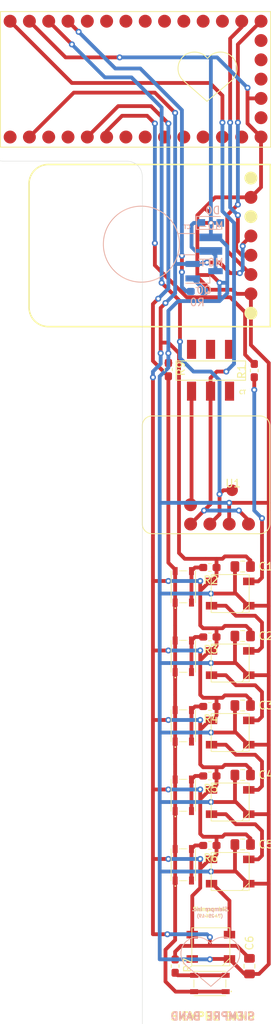
<source format=kicad_pcb>
(kicad_pcb (version 20171130) (host pcbnew "(5.1.2-1)-1")

  (general
    (thickness 1.6)
    (drawings 71)
    (tracks 603)
    (zones 0)
    (modules 36)
    (nets 24)
  )

  (page A4)
  (layers
    (0 F.Cu signal)
    (31 B.Cu signal)
    (32 B.Adhes user hide)
    (33 F.Adhes user hide)
    (34 B.Paste user hide)
    (35 F.Paste user hide)
    (36 B.SilkS user)
    (37 F.SilkS user hide)
    (38 B.Mask user hide)
    (39 F.Mask user hide)
    (40 Dwgs.User user hide)
    (41 Cmts.User user hide)
    (42 Eco1.User user hide)
    (43 Eco2.User user hide)
    (44 Edge.Cuts user hide)
    (45 Margin user hide)
    (46 B.CrtYd user hide)
    (47 F.CrtYd user hide)
    (48 B.Fab user hide)
    (49 F.Fab user hide)
  )

  (setup
    (last_trace_width 0.5)
    (trace_clearance 0.2)
    (zone_clearance 0.508)
    (zone_45_only no)
    (trace_min 0.2)
    (via_size 0.8)
    (via_drill 0.4)
    (via_min_size 0.4)
    (via_min_drill 0.3)
    (uvia_size 0.3)
    (uvia_drill 0.1)
    (uvias_allowed no)
    (uvia_min_size 0.2)
    (uvia_min_drill 0.1)
    (edge_width 0.05)
    (segment_width 0.2)
    (pcb_text_width 0.3)
    (pcb_text_size 1.5 1.5)
    (mod_edge_width 0.12)
    (mod_text_size 1 1)
    (mod_text_width 0.15)
    (pad_size 1.7 1.7)
    (pad_drill 0)
    (pad_to_mask_clearance 0.051)
    (solder_mask_min_width 0.25)
    (aux_axis_origin 0 0)
    (visible_elements 7FF9FFFF)
    (pcbplotparams
      (layerselection 0x011fc_ffffffff)
      (usegerberextensions false)
      (usegerberattributes false)
      (usegerberadvancedattributes false)
      (creategerberjobfile false)
      (excludeedgelayer true)
      (linewidth 0.100000)
      (plotframeref false)
      (viasonmask false)
      (mode 1)
      (useauxorigin false)
      (hpglpennumber 1)
      (hpglpenspeed 20)
      (hpglpendiameter 15.000000)
      (psnegative false)
      (psa4output false)
      (plotreference true)
      (plotvalue true)
      (plotinvisibletext false)
      (padsonsilk false)
      (subtractmaskfromsilk false)
      (outputformat 1)
      (mirror false)
      (drillshape 0)
      (scaleselection 1)
      (outputdirectory "./"))
  )

  (net 0 "")
  (net 1 GND)
  (net 2 +3V3)
  (net 3 M0+)
  (net 4 "Net-(D1-Pad4)")
  (net 5 "Net-(D1-Pad2)")
  (net 6 "Net-(D2-Pad2)")
  (net 7 "Net-(D3-Pad2)")
  (net 8 "Net-(D4-Pad2)")
  (net 9 "Net-(D5-Pad2)")
  (net 10 "Net-(D6-Pad2)")
  (net 11 "Net-(Q0-Pad1)")
  (net 12 PWM0)
  (net 13 "Net-(R2-Pad1)")
  (net 14 "Net-(R3-Pad1)")
  (net 15 "Net-(R4-Pad1)")
  (net 16 "Net-(R5-Pad1)")
  (net 17 "Net-(R6-Pad1)")
  (net 18 "Net-(R7-Pad1)")
  (net 19 A0)
  (net 20 VBAT-IN)
  (net 21 VBAT)
  (net 22 A1)
  (net 23 +BATT)

  (net_class Default "This is the default net class."
    (clearance 0.2)
    (trace_width 0.5)
    (via_dia 0.8)
    (via_drill 0.4)
    (uvia_dia 0.3)
    (uvia_drill 0.1)
    (add_net +3V3)
    (add_net +BATT)
    (add_net A0)
    (add_net A1)
    (add_net GND)
    (add_net M0+)
    (add_net "Net-(D1-Pad2)")
    (add_net "Net-(D1-Pad4)")
    (add_net "Net-(D2-Pad2)")
    (add_net "Net-(D3-Pad2)")
    (add_net "Net-(D4-Pad2)")
    (add_net "Net-(D5-Pad2)")
    (add_net "Net-(D6-Pad2)")
    (add_net "Net-(Q0-Pad1)")
    (add_net "Net-(R2-Pad1)")
    (add_net "Net-(R3-Pad1)")
    (add_net "Net-(R4-Pad1)")
    (add_net "Net-(R5-Pad1)")
    (add_net "Net-(R6-Pad1)")
    (add_net "Net-(R7-Pad1)")
    (add_net PWM0)
    (add_net VBAT)
    (add_net VBAT-IN)
  )

  (module "Watch V3:Bluefruit-LE-UART-Friend" (layer F.Cu) (tedit 5D3F6C9F) (tstamp 5D3E63AF)
    (at 127 71.882 180)
    (descr "Through hole straight pin header, 1x05, 2.54mm pitch, single row")
    (tags "Through hole pin header THT 1x05 2.54mm single row")
    (fp_text reference " " (at -6.858 5.334 180) (layer F.SilkS) hide
      (effects (font (size 1 1) (thickness 0.15)))
    )
    (fp_text value Bluefruit-LE-UART-Friend (at -18.7325 3.429 180) (layer F.Fab)
      (effects (font (size 1 1) (thickness 0.15)))
    )
    (fp_text user %R (at -3.048 6.35 270) (layer F.Fab)
      (effects (font (size 1 1) (thickness 0.15)))
    )
    (fp_line (start -34.2426 22.674999) (end -34.2426 1.338999) (layer F.SilkS) (width 0.2))
    (fp_arc (start -5.0326 20.134999) (end -5.0326 22.674999) (angle -90) (layer F.SilkS) (width 0.2))
    (fp_line (start -34.2426 1.338999) (end -5.0326 1.338999) (layer F.SilkS) (width 0.2))
    (fp_arc (start -5.0326 3.878999) (end -2.4926 3.878999) (angle -90) (layer F.SilkS) (width 0.2))
    (fp_line (start -5.0326 22.674999) (end -34.2426 22.674999) (layer F.SilkS) (width 0.2))
    (fp_line (start -34.2426 1.588999) (end -34.2426 1.588999) (layer Dwgs.User) (width 0.2))
    (fp_line (start -33.9926 1.338999) (end -33.9926 1.338999) (layer Dwgs.User) (width 0.2))
    (fp_line (start -2.4926 3.8735) (end -2.4926 20.134999) (layer F.SilkS) (width 0.2))
    (pad GND smd oval (at -31.6865 18.3515 180) (size 1.7 1.7) (layers F.Cu F.Paste F.Mask)
      (net 1 GND))
    (pad RTS smd oval (at -31.6865 15.8115 180) (size 1.7 1.7) (layers F.SilkS))
    (pad VIN smd oval (at -31.6865 13.2715 180) (size 1.7 1.7) (layers F.Cu F.Paste F.Mask)
      (net 2 +3V3))
    (pad "" smd oval (at -31.6865 3.1115 180) (size 1.7 1.7) (layers F.SilkS))
    (pad CTS smd oval (at -31.6865 5.6515 180) (size 1.7 1.7) (layers F.Cu F.Paste F.Mask)
      (net 1 GND))
    (pad TX smd oval (at -31.6865 8.1915 180) (size 1.7 1.7) (layers F.Cu F.Paste F.Mask))
    (pad RX smd oval (at -31.6865 10.7315 180) (size 1.7 1.7) (layers F.Cu F.Paste F.Mask))
    (pad DFU smd oval (at -31.6865 20.8915 180) (size 1.7 1.7) (layers F.SilkS))
  )

  (module "Custom Parts:ItsyBitsy" (layer F.Cu) (tedit 5D39719C) (tstamp 5D38511B)
    (at 160.02 27.813)
    (descr "Through hole straight pin header, 1x05, 2.54mm pitch, single row")
    (tags "Through hole pin header THT 1x05 2.54mm single row")
    (fp_text reference " " (at -6.858 5.334) (layer F.SilkS) hide
      (effects (font (size 1 1) (thickness 0.15)))
    )
    (fp_text value ItsyBitsy (at -4.826 14.986) (layer F.Fab)
      (effects (font (size 1 1) (thickness 0.15)))
    )
    (fp_line (start -34.29 19.1135) (end -34.29 1.27) (layer F.SilkS) (width 0.12))
    (fp_line (start 1.27 19.1135) (end -34.29 19.1135) (layer F.SilkS) (width 0.12))
    (fp_line (start 1.27 1.27) (end 1.27 19.1135) (layer F.SilkS) (width 0.12))
    (fp_line (start -34.29 1.27) (end 1.27 1.27) (layer F.SilkS) (width 0.12))
    (fp_text user %R (at -3.048 6.35 90) (layer F.Fab)
      (effects (font (size 1 1) (thickness 0.15)))
    )
    (pad A4 smd oval (at -12.7 17.78) (size 1.7 1.7) (layers F.Cu F.Paste F.Mask))
    (pad A5 smd oval (at -10.16 17.78) (size 1.7 1.7) (layers F.Cu F.Paste F.Mask))
    (pad A3 smd oval (at -15.24 17.78) (size 1.7 1.7) (layers F.Cu F.Paste F.Mask))
    (pad MOSI smd oval (at -5.08 17.78) (size 1.7 1.7) (layers F.Cu F.Paste F.Mask))
    (pad RST smd oval (at -33.02 17.78) (size 1.7 1.7) (layers F.Cu F.Paste F.Mask))
    (pad 3V smd oval (at -30.48 17.78) (size 1.7 1.7) (layers F.Cu F.Paste F.Mask)
      (net 2 +3V3))
    (pad VBAT smd oval (at -33.02 2.54) (size 1.7 1.7) (layers F.Cu F.Paste F.Mask)
      (net 21 VBAT))
    (pad G smd oval (at -30.48 2.54) (size 1.7 1.7) (layers F.Cu F.Paste F.Mask)
      (net 1 GND))
    (pad USB smd oval (at -27.94 2.54) (size 1.7 1.7) (layers F.Cu F.Paste F.Mask)
      (net 23 +BATT))
    (pad 13 smd oval (at -25.4 2.54) (size 1.7 1.7) (layers F.Cu F.Paste F.Mask)
      (net 12 PWM0))
    (pad 12 smd oval (at -22.86 2.54) (size 1.7 1.7) (layers F.Cu F.Paste F.Mask))
    (pad 11 smd oval (at -20.32 2.54) (size 1.7 1.7) (layers F.Cu F.Paste F.Mask))
    (pad AREF smd oval (at -27.94 17.78) (size 1.7 1.7) (layers F.Cu F.Paste F.Mask))
    (pad VHI smd oval (at -25.4 17.78) (size 1.7 1.7) (layers F.Cu F.Paste F.Mask))
    (pad A0 smd oval (at -22.86 17.78) (size 1.7 1.7) (layers F.Cu F.Paste F.Mask)
      (net 19 A0))
    (pad A1 smd oval (at -20.32 17.78) (size 1.7 1.7) (layers F.Cu F.Paste F.Mask)
      (net 22 A1))
    (pad A2 smd oval (at -17.78 17.78) (size 1.7 1.7) (layers F.Cu F.Paste F.Mask))
    (pad SCK smd oval (at -7.62 17.78) (size 1.7 1.7) (layers F.Cu F.Paste F.Mask))
    (pad MISO smd oval (at -2.54 17.78) (size 1.7 1.7) (layers F.Cu F.Paste F.Mask))
    (pad G smd oval (at 0 17.78) (size 1.7 1.7) (layers F.Cu F.Paste F.Mask)
      (net 1 GND))
    (pad En smd oval (at 0 15.24) (size 1.7 1.7) (layers F.Cu F.Paste F.Mask))
    (pad G smd oval (at 0 12.7) (size 1.7 1.7) (layers F.Cu F.Paste F.Mask)
      (net 1 GND))
    (pad 10 smd oval (at -17.78 2.54) (size 1.7 1.7) (layers F.Cu F.Paste F.Mask))
    (pad 9 smd oval (at -15.24 2.54) (size 1.7 1.7) (layers F.Cu F.Paste F.Mask))
    (pad 7 smd oval (at -12.7 2.54) (size 1.7 1.7) (layers F.Cu F.Paste F.Mask))
    (pad 5! smd oval (at -10.16 2.54) (size 1.7 1.7) (layers F.Cu F.Paste F.Mask))
    (pad 3 smd oval (at -7.62 2.54) (size 1.7 1.7) (layers F.Cu F.Paste F.Mask))
    (pad 2 smd oval (at -5.08 2.54) (size 1.7 1.7) (layers F.Cu F.Paste F.Mask))
    (pad 1 smd oval (at -2.54 2.54) (size 1.7 1.7) (layers F.Cu F.Paste F.Mask))
    (pad 0 smd oval (at 0 2.54) (size 1.7 1.7) (layers F.Cu F.Paste F.Mask))
    (pad 4 smd oval (at 0 5.08) (size 1.7 1.7) (layers F.Cu F.Paste F.Mask))
    (pad 6 smd oval (at 0 7.62) (size 1.7 1.7) (layers F.Cu F.Paste F.Mask))
    (pad 8 smd oval (at 0 10.16) (size 1.7 1.7) (layers F.Cu F.Paste F.Mask))
  )

  (module TestPoint:TestPoint_Pad_1.0x1.0mm (layer B.Cu) (tedit 5D397751) (tstamp 5D38A42E)
    (at 153.416 60.579 180)
    (descr "SMD rectangular pad as test Point, square 1.0mm side length")
    (tags "test point SMD pad rectangle square")
    (attr virtual)
    (fp_text reference M0+ (at 0 -1.524 180) (layer B.SilkS)
      (effects (font (size 1 1) (thickness 0.15)) (justify mirror))
    )
    (fp_text value M0+ (at 0 -1.55 180) (layer B.Fab)
      (effects (font (size 1 1) (thickness 0.15)) (justify mirror))
    )
    (fp_text user %R (at 0 -1.524 180) (layer B.Fab)
      (effects (font (size 1 1) (thickness 0.15)) (justify mirror))
    )
    (pad 1 smd rect (at 0 0 180) (size 3 1) (layers B.Cu B.Mask)
      (net 3 M0+))
  )

  (module TestPoint:TestPoint_Pad_1.0x1.0mm (layer B.Cu) (tedit 5D397833) (tstamp 5D38A3FD)
    (at 153.416 58.801)
    (descr "SMD rectangular pad as test Point, square 1.0mm side length")
    (tags "test point SMD pad rectangle square")
    (attr virtual)
    (fp_text reference M0- (at 0 -1.524) (layer B.SilkS)
      (effects (font (size 1 1) (thickness 0.15)) (justify mirror))
    )
    (fp_text value M0- (at 0 -1.55) (layer B.Fab)
      (effects (font (size 1 1) (thickness 0.15)) (justify mirror))
    )
    (fp_text user %R (at 0 -1.524) (layer B.Fab)
      (effects (font (size 1 1) (thickness 0.15)) (justify mirror))
    )
    (pad 2 smd rect (at 0 0) (size 3 1) (layers B.Cu B.Mask)
      (net 1 GND))
  )

  (module "Watch V4:One Pin" (layer F.Cu) (tedit 5D3971F0) (tstamp 5D39ACB2)
    (at 156.337 90.678)
    (path /5D399C6C)
    (fp_text reference U1 (at 0 0.5) (layer F.SilkS)
      (effects (font (size 1 1) (thickness 0.15)))
    )
    (fp_text value OnePin (at 0 -0.5) (layer F.Fab)
      (effects (font (size 1 1) (thickness 0.15)))
    )
    (pad 1 smd circle (at -0.127 1.397) (size 1.524 1.524) (layers F.Cu F.Paste F.Mask)
      (net 23 +BATT))
  )

  (module LED_SMD:LED_WS2812B_PLCC4_5.0x5.0mm_P3.2mm (layer F.Cu) (tedit 5D259ED7) (tstamp 5D399A92)
    (at 155.956 105.664)
    (descr https://cdn-shop.adafruit.com/datasheets/WS2812B.pdf)
    (tags "LED RGB NeoPixel")
    (path /5D099775)
    (attr smd)
    (fp_text reference D1 (at 0 -1.27) (layer F.SilkS) hide
      (effects (font (size 1 1) (thickness 0.15)))
    )
    (fp_text value WS2812B (at 0 4) (layer F.Fab) hide
      (effects (font (size 1 1) (thickness 0.15)))
    )
    (fp_circle (center 0 0) (end 0 -2) (layer F.Fab) (width 0.1))
    (fp_line (start 2.5 -2.5) (end -2.5 -2.5) (layer F.SilkS) (width 0.1))
    (fp_line (start 2.5 2.5) (end 2.5 -2.5) (layer F.SilkS) (width 0.1))
    (fp_line (start -2.5 2.5) (end 2.5 2.5) (layer F.SilkS) (width 0.1))
    (fp_line (start -2.5 -2.5) (end -2.5 2.5) (layer F.SilkS) (width 0.1))
    (fp_line (start 2.5 1.5) (end 1.5 2.5) (layer F.SilkS) (width 0.1))
    (fp_line (start -3.45 -2.75) (end -3.45 2.75) (layer F.CrtYd) (width 0.05))
    (fp_line (start -3.45 2.75) (end 3.45 2.75) (layer F.CrtYd) (width 0.05))
    (fp_line (start 3.45 2.75) (end 3.45 -2.75) (layer F.CrtYd) (width 0.05))
    (fp_line (start 3.45 -2.75) (end -3.45 -2.75) (layer F.CrtYd) (width 0.05))
    (fp_text user %R (at 0 0) (layer F.Fab)
      (effects (font (size 0.8 0.8) (thickness 0.15)))
    )
    (fp_text user 1 (at -0.889 1.651) (layer F.SilkS) hide
      (effects (font (size 1 1) (thickness 0.15)))
    )
    (pad 1 smd rect (at -2.45 -1.6) (size 1.5 1) (layers F.Cu F.Paste F.Mask)
      (net 2 +3V3))
    (pad 2 smd rect (at -2.45 1.6) (size 1.5 1) (layers F.Cu F.Paste F.Mask)
      (net 5 "Net-(D1-Pad2)"))
    (pad 4 smd rect (at 2.45 -1.6) (size 1.5 1) (layers F.Cu F.Paste F.Mask)
      (net 4 "Net-(D1-Pad4)"))
    (pad 3 smd rect (at 2.45 1.6) (size 1.5 1) (layers F.Cu F.Paste F.Mask)
      (net 1 GND))
    (model ${KISYS3DMOD}/LED_SMD.3dshapes/LED_WS2812B_PLCC4_5.0x5.0mm_P3.2mm.wrl
      (at (xyz 0 0 0))
      (scale (xyz 1 1 1))
      (rotate (xyz 0 0 0))
    )
  )

  (module SamacSys_Parts:SKRPADE010 (layer F.Cu) (tedit 5D0C1F88) (tstamp 5D399A7A)
    (at 149.793 104.902 90)
    (descr SKRPADE010)
    (tags Switch)
    (path /5CFF2756)
    (attr smd)
    (fp_text reference SW1 (at 0 0 90) (layer F.SilkS) hide
      (effects (font (size 1.27 1.27) (thickness 0.254)))
    )
    (fp_text value SW_Push (at 0 0 90) (layer F.SilkS) hide
      (effects (font (size 1.27 1.27) (thickness 0.254)))
    )
    (fp_text user %R (at 0 0 90) (layer F.Fab)
      (effects (font (size 1.27 1.27) (thickness 0.254)))
    )
    (fp_line (start -1.975 -1.6) (end 2.225 -1.6) (layer F.Fab) (width 0.2))
    (fp_line (start 2.225 -1.6) (end 2.225 1.6) (layer F.Fab) (width 0.2))
    (fp_line (start 2.225 1.6) (end -1.975 1.6) (layer F.Fab) (width 0.2))
    (fp_line (start -1.975 1.6) (end -1.975 -1.6) (layer F.Fab) (width 0.2))
    (fp_line (start -3.725 -2.6) (end 3.725 -2.6) (layer F.CrtYd) (width 0.1))
    (fp_line (start 3.725 -2.6) (end 3.725 2.6) (layer F.CrtYd) (width 0.1))
    (fp_line (start 3.725 2.6) (end -3.725 2.6) (layer F.CrtYd) (width 0.1))
    (fp_line (start -3.725 2.6) (end -3.725 -2.6) (layer F.CrtYd) (width 0.1))
    (fp_line (start -1.975 -1.6) (end 2.225 -1.6) (layer F.SilkS) (width 0.1))
    (fp_line (start -1.975 1.6) (end 2.225 1.6) (layer F.SilkS) (width 0.1))
    (fp_line (start -1.975 -0.5) (end -1.975 0.5) (layer F.SilkS) (width 0.1))
    (fp_line (start 2.225 -0.5) (end 2.225 0.5) (layer F.SilkS) (width 0.1))
    (fp_line (start -2.675 -1.1) (end -2.675 -1.1) (layer F.SilkS) (width 0.1))
    (fp_line (start -2.675 -1) (end -2.675 -1) (layer F.SilkS) (width 0.1))
    (fp_arc (start -2.675 -1.05) (end -2.675 -1.1) (angle 180) (layer F.SilkS) (width 0.1))
    (fp_arc (start -2.675 -1.05) (end -2.675 -1) (angle 180) (layer F.SilkS) (width 0.1))
    (pad 1 smd rect (at -1.95 -1.075 180) (size 0.65 1.05) (layers F.Cu F.Paste F.Mask)
      (net 19 A0))
    (pad 1 smd rect (at 2.2 -1.075 180) (size 0.65 1.05) (layers F.Cu F.Paste F.Mask)
      (net 19 A0))
    (pad 2 smd rect (at -1.95 1.075 180) (size 0.65 1.05) (layers F.Cu F.Paste F.Mask)
      (net 13 "Net-(R2-Pad1)"))
    (pad 2 smd rect (at 2.2 1.075 180) (size 0.65 1.05) (layers F.Cu F.Paste F.Mask)
      (net 13 "Net-(R2-Pad1)"))
    (model "D:\\Dropbox (Personal)\\infra\\electrical\\mouser-kicad\\SamacSys_Parts.3dshapes\\SKRPADE010.stp"
      (at (xyz 0 0 0))
      (scale (xyz 1 1 1))
      (rotate (xyz 0 0 0))
    )
  )

  (module Resistor_SMD:R_0603_1608Metric_Pad1.05x0.95mm_HandSolder (layer F.Cu) (tedit 5B301BBD) (tstamp 5D399A6A)
    (at 153.289 102.235)
    (descr "Resistor SMD 0603 (1608 Metric), square (rectangular) end terminal, IPC_7351 nominal with elongated pad for handsoldering. (Body size source: http://www.tortai-tech.com/upload/download/2011102023233369053.pdf), generated with kicad-footprint-generator")
    (tags "resistor handsolder")
    (path /5CFF8834)
    (attr smd)
    (fp_text reference R2 (at 0.127 1.651) (layer F.SilkS)
      (effects (font (size 1 1) (thickness 0.15)))
    )
    (fp_text value ? (at 0 1.43) (layer F.Fab)
      (effects (font (size 1 1) (thickness 0.15)))
    )
    (fp_text user %R (at 0 0) (layer F.Fab)
      (effects (font (size 0.4 0.4) (thickness 0.06)))
    )
    (fp_line (start 1.65 0.73) (end -1.65 0.73) (layer F.CrtYd) (width 0.05))
    (fp_line (start 1.65 -0.73) (end 1.65 0.73) (layer F.CrtYd) (width 0.05))
    (fp_line (start -1.65 -0.73) (end 1.65 -0.73) (layer F.CrtYd) (width 0.05))
    (fp_line (start -1.65 0.73) (end -1.65 -0.73) (layer F.CrtYd) (width 0.05))
    (fp_line (start -0.171267 0.51) (end 0.171267 0.51) (layer F.SilkS) (width 0.12))
    (fp_line (start -0.171267 -0.51) (end 0.171267 -0.51) (layer F.SilkS) (width 0.12))
    (fp_line (start 0.8 0.4) (end -0.8 0.4) (layer F.Fab) (width 0.1))
    (fp_line (start 0.8 -0.4) (end 0.8 0.4) (layer F.Fab) (width 0.1))
    (fp_line (start -0.8 -0.4) (end 0.8 -0.4) (layer F.Fab) (width 0.1))
    (fp_line (start -0.8 0.4) (end -0.8 -0.4) (layer F.Fab) (width 0.1))
    (pad 2 smd roundrect (at 0.875 0) (size 1.05 0.95) (layers F.Cu F.Paste F.Mask) (roundrect_rratio 0.25)
      (net 2 +3V3))
    (pad 1 smd roundrect (at -0.875 0) (size 1.05 0.95) (layers F.Cu F.Paste F.Mask) (roundrect_rratio 0.25)
      (net 13 "Net-(R2-Pad1)"))
    (model ${KISYS3DMOD}/Resistor_SMD.3dshapes/R_0603_1608Metric.wrl
      (at (xyz 0 0 0))
      (scale (xyz 1 1 1))
      (rotate (xyz 0 0 0))
    )
  )

  (module Capacitor_SMD:C_0805_2012Metric_Pad1.15x1.40mm_HandSolder (layer F.Cu) (tedit 5B36C52B) (tstamp 5D399A5A)
    (at 157.607 102.108 180)
    (descr "Capacitor SMD 0805 (2012 Metric), square (rectangular) end terminal, IPC_7351 nominal with elongated pad for handsoldering. (Body size source: https://docs.google.com/spreadsheets/d/1BsfQQcO9C6DZCsRaXUlFlo91Tg2WpOkGARC1WS5S8t0/edit?usp=sharing), generated with kicad-footprint-generator")
    (tags "capacitor handsolder")
    (path /5D0C2E4A)
    (attr smd)
    (fp_text reference C1 (at -3.048 0 180) (layer F.SilkS)
      (effects (font (size 1 1) (thickness 0.15)))
    )
    (fp_text value "1 uF" (at 0 1.65 180) (layer F.Fab)
      (effects (font (size 1 1) (thickness 0.15)))
    )
    (fp_line (start -1 0.6) (end -1 -0.6) (layer F.Fab) (width 0.1))
    (fp_line (start -1 -0.6) (end 1 -0.6) (layer F.Fab) (width 0.1))
    (fp_line (start 1 -0.6) (end 1 0.6) (layer F.Fab) (width 0.1))
    (fp_line (start 1 0.6) (end -1 0.6) (layer F.Fab) (width 0.1))
    (fp_line (start -0.261252 -0.71) (end 0.261252 -0.71) (layer F.SilkS) (width 0.12))
    (fp_line (start -0.261252 0.71) (end 0.261252 0.71) (layer F.SilkS) (width 0.12))
    (fp_line (start -1.85 0.95) (end -1.85 -0.95) (layer F.CrtYd) (width 0.05))
    (fp_line (start -1.85 -0.95) (end 1.85 -0.95) (layer F.CrtYd) (width 0.05))
    (fp_line (start 1.85 -0.95) (end 1.85 0.95) (layer F.CrtYd) (width 0.05))
    (fp_line (start 1.85 0.95) (end -1.85 0.95) (layer F.CrtYd) (width 0.05))
    (fp_text user %R (at 0 0 180) (layer F.Fab)
      (effects (font (size 0.5 0.5) (thickness 0.08)))
    )
    (pad 1 smd roundrect (at -1.025 0 180) (size 1.15 1.4) (layers F.Cu F.Paste F.Mask) (roundrect_rratio 0.217391)
      (net 2 +3V3))
    (pad 2 smd roundrect (at 1.025 0 180) (size 1.15 1.4) (layers F.Cu F.Paste F.Mask) (roundrect_rratio 0.217391)
      (net 1 GND))
    (model ${KISYS3DMOD}/Capacitor_SMD.3dshapes/C_0805_2012Metric.wrl
      (at (xyz 0 0 0))
      (scale (xyz 1 1 1))
      (rotate (xyz 0 0 0))
    )
  )

  (module LED_SMD:LED_WS2812B_PLCC4_5.0x5.0mm_P3.2mm (layer F.Cu) (tedit 5D259ED7) (tstamp 5D399A92)
    (at 155.956 114.808)
    (descr https://cdn-shop.adafruit.com/datasheets/WS2812B.pdf)
    (tags "LED RGB NeoPixel")
    (path /5D0989AA)
    (attr smd)
    (fp_text reference D2 (at 0 -1.27) (layer F.SilkS) hide
      (effects (font (size 1 1) (thickness 0.15)))
    )
    (fp_text value WS2812B (at 0 4) (layer F.Fab) hide
      (effects (font (size 1 1) (thickness 0.15)))
    )
    (fp_circle (center 0 0) (end 0 -2) (layer F.Fab) (width 0.1))
    (fp_line (start 2.5 -2.5) (end -2.5 -2.5) (layer F.SilkS) (width 0.1))
    (fp_line (start 2.5 2.5) (end 2.5 -2.5) (layer F.SilkS) (width 0.1))
    (fp_line (start -2.5 2.5) (end 2.5 2.5) (layer F.SilkS) (width 0.1))
    (fp_line (start -2.5 -2.5) (end -2.5 2.5) (layer F.SilkS) (width 0.1))
    (fp_line (start 2.5 1.5) (end 1.5 2.5) (layer F.SilkS) (width 0.1))
    (fp_line (start -3.45 -2.75) (end -3.45 2.75) (layer F.CrtYd) (width 0.05))
    (fp_line (start -3.45 2.75) (end 3.45 2.75) (layer F.CrtYd) (width 0.05))
    (fp_line (start 3.45 2.75) (end 3.45 -2.75) (layer F.CrtYd) (width 0.05))
    (fp_line (start 3.45 -2.75) (end -3.45 -2.75) (layer F.CrtYd) (width 0.05))
    (fp_text user %R (at 0 0) (layer F.Fab)
      (effects (font (size 0.8 0.8) (thickness 0.15)))
    )
    (fp_text user 1 (at -0.889 1.651) (layer F.SilkS) hide
      (effects (font (size 1 1) (thickness 0.15)))
    )
    (pad 1 smd rect (at -2.45 -1.6) (size 1.5 1) (layers F.Cu F.Paste F.Mask)
      (net 2 +3V3))
    (pad 2 smd rect (at -2.45 1.6) (size 1.5 1) (layers F.Cu F.Paste F.Mask)
      (net 6 "Net-(D2-Pad2)"))
    (pad 4 smd rect (at 2.45 -1.6) (size 1.5 1) (layers F.Cu F.Paste F.Mask)
      (net 5 "Net-(D1-Pad2)"))
    (pad 3 smd rect (at 2.45 1.6) (size 1.5 1) (layers F.Cu F.Paste F.Mask)
      (net 1 GND))
    (model ${KISYS3DMOD}/LED_SMD.3dshapes/LED_WS2812B_PLCC4_5.0x5.0mm_P3.2mm.wrl
      (at (xyz 0 0 0))
      (scale (xyz 1 1 1))
      (rotate (xyz 0 0 0))
    )
  )

  (module SamacSys_Parts:SKRPADE010 (layer F.Cu) (tedit 5D0C1F88) (tstamp 5D399A7A)
    (at 149.793 114.046 90)
    (descr SKRPADE010)
    (tags Switch)
    (path /5CFF0B3E)
    (attr smd)
    (fp_text reference SW2 (at 0 0 90) (layer F.SilkS) hide
      (effects (font (size 1.27 1.27) (thickness 0.254)))
    )
    (fp_text value SW_Push (at 0 0 90) (layer F.SilkS) hide
      (effects (font (size 1.27 1.27) (thickness 0.254)))
    )
    (fp_text user %R (at 0 0 90) (layer F.Fab)
      (effects (font (size 1.27 1.27) (thickness 0.254)))
    )
    (fp_line (start -1.975 -1.6) (end 2.225 -1.6) (layer F.Fab) (width 0.2))
    (fp_line (start 2.225 -1.6) (end 2.225 1.6) (layer F.Fab) (width 0.2))
    (fp_line (start 2.225 1.6) (end -1.975 1.6) (layer F.Fab) (width 0.2))
    (fp_line (start -1.975 1.6) (end -1.975 -1.6) (layer F.Fab) (width 0.2))
    (fp_line (start -3.725 -2.6) (end 3.725 -2.6) (layer F.CrtYd) (width 0.1))
    (fp_line (start 3.725 -2.6) (end 3.725 2.6) (layer F.CrtYd) (width 0.1))
    (fp_line (start 3.725 2.6) (end -3.725 2.6) (layer F.CrtYd) (width 0.1))
    (fp_line (start -3.725 2.6) (end -3.725 -2.6) (layer F.CrtYd) (width 0.1))
    (fp_line (start -1.975 -1.6) (end 2.225 -1.6) (layer F.SilkS) (width 0.1))
    (fp_line (start -1.975 1.6) (end 2.225 1.6) (layer F.SilkS) (width 0.1))
    (fp_line (start -1.975 -0.5) (end -1.975 0.5) (layer F.SilkS) (width 0.1))
    (fp_line (start 2.225 -0.5) (end 2.225 0.5) (layer F.SilkS) (width 0.1))
    (fp_line (start -2.675 -1.1) (end -2.675 -1.1) (layer F.SilkS) (width 0.1))
    (fp_line (start -2.675 -1) (end -2.675 -1) (layer F.SilkS) (width 0.1))
    (fp_arc (start -2.675 -1.05) (end -2.675 -1.1) (angle 180) (layer F.SilkS) (width 0.1))
    (fp_arc (start -2.675 -1.05) (end -2.675 -1) (angle 180) (layer F.SilkS) (width 0.1))
    (pad 1 smd rect (at -1.95 -1.075 180) (size 0.65 1.05) (layers F.Cu F.Paste F.Mask)
      (net 19 A0))
    (pad 1 smd rect (at 2.2 -1.075 180) (size 0.65 1.05) (layers F.Cu F.Paste F.Mask)
      (net 19 A0))
    (pad 2 smd rect (at -1.95 1.075 180) (size 0.65 1.05) (layers F.Cu F.Paste F.Mask)
      (net 14 "Net-(R3-Pad1)"))
    (pad 2 smd rect (at 2.2 1.075 180) (size 0.65 1.05) (layers F.Cu F.Paste F.Mask)
      (net 14 "Net-(R3-Pad1)"))
    (model "D:\\Dropbox (Personal)\\infra\\electrical\\mouser-kicad\\SamacSys_Parts.3dshapes\\SKRPADE010.stp"
      (at (xyz 0 0 0))
      (scale (xyz 1 1 1))
      (rotate (xyz 0 0 0))
    )
  )

  (module Resistor_SMD:R_0603_1608Metric_Pad1.05x0.95mm_HandSolder (layer F.Cu) (tedit 5B301BBD) (tstamp 5D399A6A)
    (at 153.289 111.379)
    (descr "Resistor SMD 0603 (1608 Metric), square (rectangular) end terminal, IPC_7351 nominal with elongated pad for handsoldering. (Body size source: http://www.tortai-tech.com/upload/download/2011102023233369053.pdf), generated with kicad-footprint-generator")
    (tags "resistor handsolder")
    (path /5CFF80B0)
    (attr smd)
    (fp_text reference R3 (at 0.127 1.651) (layer F.SilkS)
      (effects (font (size 1 1) (thickness 0.15)))
    )
    (fp_text value ? (at 0 1.43) (layer F.Fab)
      (effects (font (size 1 1) (thickness 0.15)))
    )
    (fp_text user %R (at 0 0) (layer F.Fab)
      (effects (font (size 0.4 0.4) (thickness 0.06)))
    )
    (fp_line (start 1.65 0.73) (end -1.65 0.73) (layer F.CrtYd) (width 0.05))
    (fp_line (start 1.65 -0.73) (end 1.65 0.73) (layer F.CrtYd) (width 0.05))
    (fp_line (start -1.65 -0.73) (end 1.65 -0.73) (layer F.CrtYd) (width 0.05))
    (fp_line (start -1.65 0.73) (end -1.65 -0.73) (layer F.CrtYd) (width 0.05))
    (fp_line (start -0.171267 0.51) (end 0.171267 0.51) (layer F.SilkS) (width 0.12))
    (fp_line (start -0.171267 -0.51) (end 0.171267 -0.51) (layer F.SilkS) (width 0.12))
    (fp_line (start 0.8 0.4) (end -0.8 0.4) (layer F.Fab) (width 0.1))
    (fp_line (start 0.8 -0.4) (end 0.8 0.4) (layer F.Fab) (width 0.1))
    (fp_line (start -0.8 -0.4) (end 0.8 -0.4) (layer F.Fab) (width 0.1))
    (fp_line (start -0.8 0.4) (end -0.8 -0.4) (layer F.Fab) (width 0.1))
    (pad 2 smd roundrect (at 0.875 0) (size 1.05 0.95) (layers F.Cu F.Paste F.Mask) (roundrect_rratio 0.25)
      (net 2 +3V3))
    (pad 1 smd roundrect (at -0.875 0) (size 1.05 0.95) (layers F.Cu F.Paste F.Mask) (roundrect_rratio 0.25)
      (net 14 "Net-(R3-Pad1)"))
    (model ${KISYS3DMOD}/Resistor_SMD.3dshapes/R_0603_1608Metric.wrl
      (at (xyz 0 0 0))
      (scale (xyz 1 1 1))
      (rotate (xyz 0 0 0))
    )
  )

  (module Capacitor_SMD:C_0805_2012Metric_Pad1.15x1.40mm_HandSolder (layer F.Cu) (tedit 5B36C52B) (tstamp 5D399A5A)
    (at 157.607 111.252 180)
    (descr "Capacitor SMD 0805 (2012 Metric), square (rectangular) end terminal, IPC_7351 nominal with elongated pad for handsoldering. (Body size source: https://docs.google.com/spreadsheets/d/1BsfQQcO9C6DZCsRaXUlFlo91Tg2WpOkGARC1WS5S8t0/edit?usp=sharing), generated with kicad-footprint-generator")
    (tags "capacitor handsolder")
    (path /5D0C1375)
    (attr smd)
    (fp_text reference C2 (at -3.048 0 180) (layer F.SilkS)
      (effects (font (size 1 1) (thickness 0.15)))
    )
    (fp_text value "1 uF" (at 0 1.65 180) (layer F.Fab)
      (effects (font (size 1 1) (thickness 0.15)))
    )
    (fp_line (start -1 0.6) (end -1 -0.6) (layer F.Fab) (width 0.1))
    (fp_line (start -1 -0.6) (end 1 -0.6) (layer F.Fab) (width 0.1))
    (fp_line (start 1 -0.6) (end 1 0.6) (layer F.Fab) (width 0.1))
    (fp_line (start 1 0.6) (end -1 0.6) (layer F.Fab) (width 0.1))
    (fp_line (start -0.261252 -0.71) (end 0.261252 -0.71) (layer F.SilkS) (width 0.12))
    (fp_line (start -0.261252 0.71) (end 0.261252 0.71) (layer F.SilkS) (width 0.12))
    (fp_line (start -1.85 0.95) (end -1.85 -0.95) (layer F.CrtYd) (width 0.05))
    (fp_line (start -1.85 -0.95) (end 1.85 -0.95) (layer F.CrtYd) (width 0.05))
    (fp_line (start 1.85 -0.95) (end 1.85 0.95) (layer F.CrtYd) (width 0.05))
    (fp_line (start 1.85 0.95) (end -1.85 0.95) (layer F.CrtYd) (width 0.05))
    (fp_text user %R (at 0 0 180) (layer F.Fab)
      (effects (font (size 0.5 0.5) (thickness 0.08)))
    )
    (pad 1 smd roundrect (at -1.025 0 180) (size 1.15 1.4) (layers F.Cu F.Paste F.Mask) (roundrect_rratio 0.217391)
      (net 2 +3V3))
    (pad 2 smd roundrect (at 1.025 0 180) (size 1.15 1.4) (layers F.Cu F.Paste F.Mask) (roundrect_rratio 0.217391)
      (net 1 GND))
    (model ${KISYS3DMOD}/Capacitor_SMD.3dshapes/C_0805_2012Metric.wrl
      (at (xyz 0 0 0))
      (scale (xyz 1 1 1))
      (rotate (xyz 0 0 0))
    )
  )

  (module LED_SMD:LED_WS2812B_PLCC4_5.0x5.0mm_P3.2mm (layer F.Cu) (tedit 5D259ED7) (tstamp 5D399A92)
    (at 155.956 123.952)
    (descr https://cdn-shop.adafruit.com/datasheets/WS2812B.pdf)
    (tags "LED RGB NeoPixel")
    (path /5D09073D)
    (attr smd)
    (fp_text reference D3 (at 0 -1.27) (layer F.SilkS) hide
      (effects (font (size 1 1) (thickness 0.15)))
    )
    (fp_text value WS2812B (at 0 4) (layer F.Fab) hide
      (effects (font (size 1 1) (thickness 0.15)))
    )
    (fp_circle (center 0 0) (end 0 -2) (layer F.Fab) (width 0.1))
    (fp_line (start 2.5 -2.5) (end -2.5 -2.5) (layer F.SilkS) (width 0.1))
    (fp_line (start 2.5 2.5) (end 2.5 -2.5) (layer F.SilkS) (width 0.1))
    (fp_line (start -2.5 2.5) (end 2.5 2.5) (layer F.SilkS) (width 0.1))
    (fp_line (start -2.5 -2.5) (end -2.5 2.5) (layer F.SilkS) (width 0.1))
    (fp_line (start 2.5 1.5) (end 1.5 2.5) (layer F.SilkS) (width 0.1))
    (fp_line (start -3.45 -2.75) (end -3.45 2.75) (layer F.CrtYd) (width 0.05))
    (fp_line (start -3.45 2.75) (end 3.45 2.75) (layer F.CrtYd) (width 0.05))
    (fp_line (start 3.45 2.75) (end 3.45 -2.75) (layer F.CrtYd) (width 0.05))
    (fp_line (start 3.45 -2.75) (end -3.45 -2.75) (layer F.CrtYd) (width 0.05))
    (fp_text user %R (at 0 0) (layer F.Fab)
      (effects (font (size 0.8 0.8) (thickness 0.15)))
    )
    (fp_text user 1 (at -0.889 1.651) (layer F.SilkS) hide
      (effects (font (size 1 1) (thickness 0.15)))
    )
    (pad 1 smd rect (at -2.45 -1.6) (size 1.5 1) (layers F.Cu F.Paste F.Mask)
      (net 2 +3V3))
    (pad 2 smd rect (at -2.45 1.6) (size 1.5 1) (layers F.Cu F.Paste F.Mask)
      (net 7 "Net-(D3-Pad2)"))
    (pad 4 smd rect (at 2.45 -1.6) (size 1.5 1) (layers F.Cu F.Paste F.Mask)
      (net 6 "Net-(D2-Pad2)"))
    (pad 3 smd rect (at 2.45 1.6) (size 1.5 1) (layers F.Cu F.Paste F.Mask)
      (net 1 GND))
    (model ${KISYS3DMOD}/LED_SMD.3dshapes/LED_WS2812B_PLCC4_5.0x5.0mm_P3.2mm.wrl
      (at (xyz 0 0 0))
      (scale (xyz 1 1 1))
      (rotate (xyz 0 0 0))
    )
  )

  (module SamacSys_Parts:SKRPADE010 (layer F.Cu) (tedit 5D0C1F88) (tstamp 5D399A7A)
    (at 149.793 123.19 90)
    (descr SKRPADE010)
    (tags Switch)
    (path /5CFF019C)
    (attr smd)
    (fp_text reference SW3 (at 0 0 90) (layer F.SilkS) hide
      (effects (font (size 1.27 1.27) (thickness 0.254)))
    )
    (fp_text value SW_Push (at 0 0 90) (layer F.SilkS) hide
      (effects (font (size 1.27 1.27) (thickness 0.254)))
    )
    (fp_text user %R (at 0 0 90) (layer F.Fab)
      (effects (font (size 1.27 1.27) (thickness 0.254)))
    )
    (fp_line (start -1.975 -1.6) (end 2.225 -1.6) (layer F.Fab) (width 0.2))
    (fp_line (start 2.225 -1.6) (end 2.225 1.6) (layer F.Fab) (width 0.2))
    (fp_line (start 2.225 1.6) (end -1.975 1.6) (layer F.Fab) (width 0.2))
    (fp_line (start -1.975 1.6) (end -1.975 -1.6) (layer F.Fab) (width 0.2))
    (fp_line (start -3.725 -2.6) (end 3.725 -2.6) (layer F.CrtYd) (width 0.1))
    (fp_line (start 3.725 -2.6) (end 3.725 2.6) (layer F.CrtYd) (width 0.1))
    (fp_line (start 3.725 2.6) (end -3.725 2.6) (layer F.CrtYd) (width 0.1))
    (fp_line (start -3.725 2.6) (end -3.725 -2.6) (layer F.CrtYd) (width 0.1))
    (fp_line (start -1.975 -1.6) (end 2.225 -1.6) (layer F.SilkS) (width 0.1))
    (fp_line (start -1.975 1.6) (end 2.225 1.6) (layer F.SilkS) (width 0.1))
    (fp_line (start -1.975 -0.5) (end -1.975 0.5) (layer F.SilkS) (width 0.1))
    (fp_line (start 2.225 -0.5) (end 2.225 0.5) (layer F.SilkS) (width 0.1))
    (fp_line (start -2.675 -1.1) (end -2.675 -1.1) (layer F.SilkS) (width 0.1))
    (fp_line (start -2.675 -1) (end -2.675 -1) (layer F.SilkS) (width 0.1))
    (fp_arc (start -2.675 -1.05) (end -2.675 -1.1) (angle 180) (layer F.SilkS) (width 0.1))
    (fp_arc (start -2.675 -1.05) (end -2.675 -1) (angle 180) (layer F.SilkS) (width 0.1))
    (pad 1 smd rect (at -1.95 -1.075 180) (size 0.65 1.05) (layers F.Cu F.Paste F.Mask)
      (net 19 A0))
    (pad 1 smd rect (at 2.2 -1.075 180) (size 0.65 1.05) (layers F.Cu F.Paste F.Mask)
      (net 19 A0))
    (pad 2 smd rect (at -1.95 1.075 180) (size 0.65 1.05) (layers F.Cu F.Paste F.Mask)
      (net 15 "Net-(R4-Pad1)"))
    (pad 2 smd rect (at 2.2 1.075 180) (size 0.65 1.05) (layers F.Cu F.Paste F.Mask)
      (net 15 "Net-(R4-Pad1)"))
    (model "D:\\Dropbox (Personal)\\infra\\electrical\\mouser-kicad\\SamacSys_Parts.3dshapes\\SKRPADE010.stp"
      (at (xyz 0 0 0))
      (scale (xyz 1 1 1))
      (rotate (xyz 0 0 0))
    )
  )

  (module Resistor_SMD:R_0603_1608Metric_Pad1.05x0.95mm_HandSolder (layer F.Cu) (tedit 5B301BBD) (tstamp 5D399A6A)
    (at 153.289 120.523)
    (descr "Resistor SMD 0603 (1608 Metric), square (rectangular) end terminal, IPC_7351 nominal with elongated pad for handsoldering. (Body size source: http://www.tortai-tech.com/upload/download/2011102023233369053.pdf), generated with kicad-footprint-generator")
    (tags "resistor handsolder")
    (path /5CFF7862)
    (attr smd)
    (fp_text reference R4 (at 0.127 1.651) (layer F.SilkS)
      (effects (font (size 1 1) (thickness 0.15)))
    )
    (fp_text value ? (at 0 1.43) (layer F.Fab)
      (effects (font (size 1 1) (thickness 0.15)))
    )
    (fp_text user %R (at 0 0) (layer F.Fab)
      (effects (font (size 0.4 0.4) (thickness 0.06)))
    )
    (fp_line (start 1.65 0.73) (end -1.65 0.73) (layer F.CrtYd) (width 0.05))
    (fp_line (start 1.65 -0.73) (end 1.65 0.73) (layer F.CrtYd) (width 0.05))
    (fp_line (start -1.65 -0.73) (end 1.65 -0.73) (layer F.CrtYd) (width 0.05))
    (fp_line (start -1.65 0.73) (end -1.65 -0.73) (layer F.CrtYd) (width 0.05))
    (fp_line (start -0.171267 0.51) (end 0.171267 0.51) (layer F.SilkS) (width 0.12))
    (fp_line (start -0.171267 -0.51) (end 0.171267 -0.51) (layer F.SilkS) (width 0.12))
    (fp_line (start 0.8 0.4) (end -0.8 0.4) (layer F.Fab) (width 0.1))
    (fp_line (start 0.8 -0.4) (end 0.8 0.4) (layer F.Fab) (width 0.1))
    (fp_line (start -0.8 -0.4) (end 0.8 -0.4) (layer F.Fab) (width 0.1))
    (fp_line (start -0.8 0.4) (end -0.8 -0.4) (layer F.Fab) (width 0.1))
    (pad 2 smd roundrect (at 0.875 0) (size 1.05 0.95) (layers F.Cu F.Paste F.Mask) (roundrect_rratio 0.25)
      (net 2 +3V3))
    (pad 1 smd roundrect (at -0.875 0) (size 1.05 0.95) (layers F.Cu F.Paste F.Mask) (roundrect_rratio 0.25)
      (net 15 "Net-(R4-Pad1)"))
    (model ${KISYS3DMOD}/Resistor_SMD.3dshapes/R_0603_1608Metric.wrl
      (at (xyz 0 0 0))
      (scale (xyz 1 1 1))
      (rotate (xyz 0 0 0))
    )
  )

  (module Capacitor_SMD:C_0805_2012Metric_Pad1.15x1.40mm_HandSolder (layer F.Cu) (tedit 5B36C52B) (tstamp 5D399A5A)
    (at 157.607 120.396 180)
    (descr "Capacitor SMD 0805 (2012 Metric), square (rectangular) end terminal, IPC_7351 nominal with elongated pad for handsoldering. (Body size source: https://docs.google.com/spreadsheets/d/1BsfQQcO9C6DZCsRaXUlFlo91Tg2WpOkGARC1WS5S8t0/edit?usp=sharing), generated with kicad-footprint-generator")
    (tags "capacitor handsolder")
    (path /5D0C238B)
    (attr smd)
    (fp_text reference C3 (at -3.048 0 180) (layer F.SilkS)
      (effects (font (size 1 1) (thickness 0.15)))
    )
    (fp_text value "1 uF" (at 0 1.65 180) (layer F.Fab)
      (effects (font (size 1 1) (thickness 0.15)))
    )
    (fp_line (start -1 0.6) (end -1 -0.6) (layer F.Fab) (width 0.1))
    (fp_line (start -1 -0.6) (end 1 -0.6) (layer F.Fab) (width 0.1))
    (fp_line (start 1 -0.6) (end 1 0.6) (layer F.Fab) (width 0.1))
    (fp_line (start 1 0.6) (end -1 0.6) (layer F.Fab) (width 0.1))
    (fp_line (start -0.261252 -0.71) (end 0.261252 -0.71) (layer F.SilkS) (width 0.12))
    (fp_line (start -0.261252 0.71) (end 0.261252 0.71) (layer F.SilkS) (width 0.12))
    (fp_line (start -1.85 0.95) (end -1.85 -0.95) (layer F.CrtYd) (width 0.05))
    (fp_line (start -1.85 -0.95) (end 1.85 -0.95) (layer F.CrtYd) (width 0.05))
    (fp_line (start 1.85 -0.95) (end 1.85 0.95) (layer F.CrtYd) (width 0.05))
    (fp_line (start 1.85 0.95) (end -1.85 0.95) (layer F.CrtYd) (width 0.05))
    (fp_text user %R (at 0 0 180) (layer F.Fab)
      (effects (font (size 0.5 0.5) (thickness 0.08)))
    )
    (pad 1 smd roundrect (at -1.025 0 180) (size 1.15 1.4) (layers F.Cu F.Paste F.Mask) (roundrect_rratio 0.217391)
      (net 2 +3V3))
    (pad 2 smd roundrect (at 1.025 0 180) (size 1.15 1.4) (layers F.Cu F.Paste F.Mask) (roundrect_rratio 0.217391)
      (net 1 GND))
    (model ${KISYS3DMOD}/Capacitor_SMD.3dshapes/C_0805_2012Metric.wrl
      (at (xyz 0 0 0))
      (scale (xyz 1 1 1))
      (rotate (xyz 0 0 0))
    )
  )

  (module LED_SMD:LED_WS2812B_PLCC4_5.0x5.0mm_P3.2mm (layer F.Cu) (tedit 5D259ED7) (tstamp 5D399A92)
    (at 155.956 133.096)
    (descr https://cdn-shop.adafruit.com/datasheets/WS2812B.pdf)
    (tags "LED RGB NeoPixel")
    (path /5D29B3FC)
    (attr smd)
    (fp_text reference D4 (at 0 -1.27) (layer F.SilkS) hide
      (effects (font (size 1 1) (thickness 0.15)))
    )
    (fp_text value WS2812B (at 0 4) (layer F.Fab) hide
      (effects (font (size 1 1) (thickness 0.15)))
    )
    (fp_circle (center 0 0) (end 0 -2) (layer F.Fab) (width 0.1))
    (fp_line (start 2.5 -2.5) (end -2.5 -2.5) (layer F.SilkS) (width 0.1))
    (fp_line (start 2.5 2.5) (end 2.5 -2.5) (layer F.SilkS) (width 0.1))
    (fp_line (start -2.5 2.5) (end 2.5 2.5) (layer F.SilkS) (width 0.1))
    (fp_line (start -2.5 -2.5) (end -2.5 2.5) (layer F.SilkS) (width 0.1))
    (fp_line (start 2.5 1.5) (end 1.5 2.5) (layer F.SilkS) (width 0.1))
    (fp_line (start -3.45 -2.75) (end -3.45 2.75) (layer F.CrtYd) (width 0.05))
    (fp_line (start -3.45 2.75) (end 3.45 2.75) (layer F.CrtYd) (width 0.05))
    (fp_line (start 3.45 2.75) (end 3.45 -2.75) (layer F.CrtYd) (width 0.05))
    (fp_line (start 3.45 -2.75) (end -3.45 -2.75) (layer F.CrtYd) (width 0.05))
    (fp_text user %R (at 0 0) (layer F.Fab)
      (effects (font (size 0.8 0.8) (thickness 0.15)))
    )
    (fp_text user 1 (at -0.889 1.651) (layer F.SilkS) hide
      (effects (font (size 1 1) (thickness 0.15)))
    )
    (pad 1 smd rect (at -2.45 -1.6) (size 1.5 1) (layers F.Cu F.Paste F.Mask)
      (net 2 +3V3))
    (pad 2 smd rect (at -2.45 1.6) (size 1.5 1) (layers F.Cu F.Paste F.Mask)
      (net 8 "Net-(D4-Pad2)"))
    (pad 4 smd rect (at 2.45 -1.6) (size 1.5 1) (layers F.Cu F.Paste F.Mask)
      (net 7 "Net-(D3-Pad2)"))
    (pad 3 smd rect (at 2.45 1.6) (size 1.5 1) (layers F.Cu F.Paste F.Mask)
      (net 1 GND))
    (model ${KISYS3DMOD}/LED_SMD.3dshapes/LED_WS2812B_PLCC4_5.0x5.0mm_P3.2mm.wrl
      (at (xyz 0 0 0))
      (scale (xyz 1 1 1))
      (rotate (xyz 0 0 0))
    )
  )

  (module SamacSys_Parts:SKRPADE010 (layer F.Cu) (tedit 5D0C1F88) (tstamp 5D399A7A)
    (at 149.793 132.334 90)
    (descr SKRPADE010)
    (tags Switch)
    (path /5CFEF7A6)
    (attr smd)
    (fp_text reference SW4 (at 0 0 90) (layer F.SilkS) hide
      (effects (font (size 1.27 1.27) (thickness 0.254)))
    )
    (fp_text value SW_Push (at 0 0 90) (layer F.SilkS) hide
      (effects (font (size 1.27 1.27) (thickness 0.254)))
    )
    (fp_text user %R (at 0 0 90) (layer F.Fab)
      (effects (font (size 1.27 1.27) (thickness 0.254)))
    )
    (fp_line (start -1.975 -1.6) (end 2.225 -1.6) (layer F.Fab) (width 0.2))
    (fp_line (start 2.225 -1.6) (end 2.225 1.6) (layer F.Fab) (width 0.2))
    (fp_line (start 2.225 1.6) (end -1.975 1.6) (layer F.Fab) (width 0.2))
    (fp_line (start -1.975 1.6) (end -1.975 -1.6) (layer F.Fab) (width 0.2))
    (fp_line (start -3.725 -2.6) (end 3.725 -2.6) (layer F.CrtYd) (width 0.1))
    (fp_line (start 3.725 -2.6) (end 3.725 2.6) (layer F.CrtYd) (width 0.1))
    (fp_line (start 3.725 2.6) (end -3.725 2.6) (layer F.CrtYd) (width 0.1))
    (fp_line (start -3.725 2.6) (end -3.725 -2.6) (layer F.CrtYd) (width 0.1))
    (fp_line (start -1.975 -1.6) (end 2.225 -1.6) (layer F.SilkS) (width 0.1))
    (fp_line (start -1.975 1.6) (end 2.225 1.6) (layer F.SilkS) (width 0.1))
    (fp_line (start -1.975 -0.5) (end -1.975 0.5) (layer F.SilkS) (width 0.1))
    (fp_line (start 2.225 -0.5) (end 2.225 0.5) (layer F.SilkS) (width 0.1))
    (fp_line (start -2.675 -1.1) (end -2.675 -1.1) (layer F.SilkS) (width 0.1))
    (fp_line (start -2.675 -1) (end -2.675 -1) (layer F.SilkS) (width 0.1))
    (fp_arc (start -2.675 -1.05) (end -2.675 -1.1) (angle 180) (layer F.SilkS) (width 0.1))
    (fp_arc (start -2.675 -1.05) (end -2.675 -1) (angle 180) (layer F.SilkS) (width 0.1))
    (pad 1 smd rect (at -1.95 -1.075 180) (size 0.65 1.05) (layers F.Cu F.Paste F.Mask)
      (net 19 A0))
    (pad 1 smd rect (at 2.2 -1.075 180) (size 0.65 1.05) (layers F.Cu F.Paste F.Mask)
      (net 19 A0))
    (pad 2 smd rect (at -1.95 1.075 180) (size 0.65 1.05) (layers F.Cu F.Paste F.Mask)
      (net 16 "Net-(R5-Pad1)"))
    (pad 2 smd rect (at 2.2 1.075 180) (size 0.65 1.05) (layers F.Cu F.Paste F.Mask)
      (net 16 "Net-(R5-Pad1)"))
    (model "D:\\Dropbox (Personal)\\infra\\electrical\\mouser-kicad\\SamacSys_Parts.3dshapes\\SKRPADE010.stp"
      (at (xyz 0 0 0))
      (scale (xyz 1 1 1))
      (rotate (xyz 0 0 0))
    )
  )

  (module Resistor_SMD:R_0603_1608Metric_Pad1.05x0.95mm_HandSolder (layer F.Cu) (tedit 5B301BBD) (tstamp 5D399A6A)
    (at 153.289 129.667)
    (descr "Resistor SMD 0603 (1608 Metric), square (rectangular) end terminal, IPC_7351 nominal with elongated pad for handsoldering. (Body size source: http://www.tortai-tech.com/upload/download/2011102023233369053.pdf), generated with kicad-footprint-generator")
    (tags "resistor handsolder")
    (path /5CFF6FF3)
    (attr smd)
    (fp_text reference R5 (at 0.127 1.651) (layer F.SilkS)
      (effects (font (size 1 1) (thickness 0.15)))
    )
    (fp_text value ? (at 0 1.43) (layer F.Fab)
      (effects (font (size 1 1) (thickness 0.15)))
    )
    (fp_text user %R (at 0 0) (layer F.Fab)
      (effects (font (size 0.4 0.4) (thickness 0.06)))
    )
    (fp_line (start 1.65 0.73) (end -1.65 0.73) (layer F.CrtYd) (width 0.05))
    (fp_line (start 1.65 -0.73) (end 1.65 0.73) (layer F.CrtYd) (width 0.05))
    (fp_line (start -1.65 -0.73) (end 1.65 -0.73) (layer F.CrtYd) (width 0.05))
    (fp_line (start -1.65 0.73) (end -1.65 -0.73) (layer F.CrtYd) (width 0.05))
    (fp_line (start -0.171267 0.51) (end 0.171267 0.51) (layer F.SilkS) (width 0.12))
    (fp_line (start -0.171267 -0.51) (end 0.171267 -0.51) (layer F.SilkS) (width 0.12))
    (fp_line (start 0.8 0.4) (end -0.8 0.4) (layer F.Fab) (width 0.1))
    (fp_line (start 0.8 -0.4) (end 0.8 0.4) (layer F.Fab) (width 0.1))
    (fp_line (start -0.8 -0.4) (end 0.8 -0.4) (layer F.Fab) (width 0.1))
    (fp_line (start -0.8 0.4) (end -0.8 -0.4) (layer F.Fab) (width 0.1))
    (pad 2 smd roundrect (at 0.875 0) (size 1.05 0.95) (layers F.Cu F.Paste F.Mask) (roundrect_rratio 0.25)
      (net 2 +3V3))
    (pad 1 smd roundrect (at -0.875 0) (size 1.05 0.95) (layers F.Cu F.Paste F.Mask) (roundrect_rratio 0.25)
      (net 16 "Net-(R5-Pad1)"))
    (model ${KISYS3DMOD}/Resistor_SMD.3dshapes/R_0603_1608Metric.wrl
      (at (xyz 0 0 0))
      (scale (xyz 1 1 1))
      (rotate (xyz 0 0 0))
    )
  )

  (module Capacitor_SMD:C_0805_2012Metric_Pad1.15x1.40mm_HandSolder (layer F.Cu) (tedit 5B36C52B) (tstamp 5D399A5A)
    (at 157.607 129.54 180)
    (descr "Capacitor SMD 0805 (2012 Metric), square (rectangular) end terminal, IPC_7351 nominal with elongated pad for handsoldering. (Body size source: https://docs.google.com/spreadsheets/d/1BsfQQcO9C6DZCsRaXUlFlo91Tg2WpOkGARC1WS5S8t0/edit?usp=sharing), generated with kicad-footprint-generator")
    (tags "capacitor handsolder")
    (path /5D29B3EE)
    (attr smd)
    (fp_text reference C4 (at -3.048 0 180) (layer F.SilkS)
      (effects (font (size 1 1) (thickness 0.15)))
    )
    (fp_text value "1 uF" (at 0 1.65 180) (layer F.Fab)
      (effects (font (size 1 1) (thickness 0.15)))
    )
    (fp_line (start -1 0.6) (end -1 -0.6) (layer F.Fab) (width 0.1))
    (fp_line (start -1 -0.6) (end 1 -0.6) (layer F.Fab) (width 0.1))
    (fp_line (start 1 -0.6) (end 1 0.6) (layer F.Fab) (width 0.1))
    (fp_line (start 1 0.6) (end -1 0.6) (layer F.Fab) (width 0.1))
    (fp_line (start -0.261252 -0.71) (end 0.261252 -0.71) (layer F.SilkS) (width 0.12))
    (fp_line (start -0.261252 0.71) (end 0.261252 0.71) (layer F.SilkS) (width 0.12))
    (fp_line (start -1.85 0.95) (end -1.85 -0.95) (layer F.CrtYd) (width 0.05))
    (fp_line (start -1.85 -0.95) (end 1.85 -0.95) (layer F.CrtYd) (width 0.05))
    (fp_line (start 1.85 -0.95) (end 1.85 0.95) (layer F.CrtYd) (width 0.05))
    (fp_line (start 1.85 0.95) (end -1.85 0.95) (layer F.CrtYd) (width 0.05))
    (fp_text user %R (at 0 0 180) (layer F.Fab)
      (effects (font (size 0.5 0.5) (thickness 0.08)))
    )
    (pad 1 smd roundrect (at -1.025 0 180) (size 1.15 1.4) (layers F.Cu F.Paste F.Mask) (roundrect_rratio 0.217391)
      (net 2 +3V3))
    (pad 2 smd roundrect (at 1.025 0 180) (size 1.15 1.4) (layers F.Cu F.Paste F.Mask) (roundrect_rratio 0.217391)
      (net 1 GND))
    (model ${KISYS3DMOD}/Capacitor_SMD.3dshapes/C_0805_2012Metric.wrl
      (at (xyz 0 0 0))
      (scale (xyz 1 1 1))
      (rotate (xyz 0 0 0))
    )
  )

  (module Resistor_SMD:R_0603_1608Metric_Pad1.05x0.95mm_HandSolder (layer F.Cu) (tedit 5B301BBD) (tstamp 5D396FAB)
    (at 159.131 76.327 270)
    (descr "Resistor SMD 0603 (1608 Metric), square (rectangular) end terminal, IPC_7351 nominal with elongated pad for handsoldering. (Body size source: http://www.tortai-tech.com/upload/download/2011102023233369053.pdf), generated with kicad-footprint-generator")
    (tags "resistor handsolder")
    (path /5D09EC75)
    (attr smd)
    (fp_text reference R1 (at 0.127 1.651 270) (layer F.SilkS)
      (effects (font (size 1 1) (thickness 0.15)))
    )
    (fp_text value ? (at 0 1.43 270) (layer F.Fab)
      (effects (font (size 1 1) (thickness 0.15)))
    )
    (fp_text user %R (at 0 0 270) (layer F.Fab)
      (effects (font (size 0.4 0.4) (thickness 0.06)))
    )
    (fp_line (start 1.65 0.73) (end -1.65 0.73) (layer F.CrtYd) (width 0.05))
    (fp_line (start 1.65 -0.73) (end 1.65 0.73) (layer F.CrtYd) (width 0.05))
    (fp_line (start -1.65 -0.73) (end 1.65 -0.73) (layer F.CrtYd) (width 0.05))
    (fp_line (start -1.65 0.73) (end -1.65 -0.73) (layer F.CrtYd) (width 0.05))
    (fp_line (start -0.171267 0.51) (end 0.171267 0.51) (layer F.SilkS) (width 0.12))
    (fp_line (start -0.171267 -0.51) (end 0.171267 -0.51) (layer F.SilkS) (width 0.12))
    (fp_line (start 0.8 0.4) (end -0.8 0.4) (layer F.Fab) (width 0.1))
    (fp_line (start 0.8 -0.4) (end 0.8 0.4) (layer F.Fab) (width 0.1))
    (fp_line (start -0.8 -0.4) (end 0.8 -0.4) (layer F.Fab) (width 0.1))
    (fp_line (start -0.8 0.4) (end -0.8 -0.4) (layer F.Fab) (width 0.1))
    (pad 2 smd roundrect (at 0.875 0 270) (size 1.05 0.95) (layers F.Cu F.Paste F.Mask) (roundrect_rratio 0.25)
      (net 4 "Net-(D1-Pad4)"))
    (pad 1 smd roundrect (at -0.875 0 270) (size 1.05 0.95) (layers F.Cu F.Paste F.Mask) (roundrect_rratio 0.25)
      (net 22 A1))
    (model ${KISYS3DMOD}/Resistor_SMD.3dshapes/R_0603_1608Metric.wrl
      (at (xyz 0 0 0))
      (scale (xyz 1 1 1))
      (rotate (xyz 0 0 0))
    )
  )

  (module Resistor_SMD:R_0603_1608Metric_Pad1.05x0.95mm_HandSolder (layer F.Cu) (tedit 5B301BBD) (tstamp 5D39C4DC)
    (at 147.828 76.2 90)
    (descr "Resistor SMD 0603 (1608 Metric), square (rectangular) end terminal, IPC_7351 nominal with elongated pad for handsoldering. (Body size source: http://www.tortai-tech.com/upload/download/2011102023233369053.pdf), generated with kicad-footprint-generator")
    (tags "resistor handsolder")
    (path /5D003EA8)
    (attr smd)
    (fp_text reference R9 (at 0.127 1.651 90) (layer F.SilkS)
      (effects (font (size 1 1) (thickness 0.15)))
    )
    (fp_text value ? (at 0 1.43 90) (layer F.Fab)
      (effects (font (size 1 1) (thickness 0.15)))
    )
    (fp_text user %R (at 0 0 90) (layer F.Fab)
      (effects (font (size 0.4 0.4) (thickness 0.06)))
    )
    (fp_line (start 1.65 0.73) (end -1.65 0.73) (layer F.CrtYd) (width 0.05))
    (fp_line (start 1.65 -0.73) (end 1.65 0.73) (layer F.CrtYd) (width 0.05))
    (fp_line (start -1.65 -0.73) (end 1.65 -0.73) (layer F.CrtYd) (width 0.05))
    (fp_line (start -1.65 0.73) (end -1.65 -0.73) (layer F.CrtYd) (width 0.05))
    (fp_line (start -0.171267 0.51) (end 0.171267 0.51) (layer F.SilkS) (width 0.12))
    (fp_line (start -0.171267 -0.51) (end 0.171267 -0.51) (layer F.SilkS) (width 0.12))
    (fp_line (start 0.8 0.4) (end -0.8 0.4) (layer F.Fab) (width 0.1))
    (fp_line (start 0.8 -0.4) (end 0.8 0.4) (layer F.Fab) (width 0.1))
    (fp_line (start -0.8 -0.4) (end 0.8 -0.4) (layer F.Fab) (width 0.1))
    (fp_line (start -0.8 0.4) (end -0.8 -0.4) (layer F.Fab) (width 0.1))
    (pad 2 smd roundrect (at 0.875 0 90) (size 1.05 0.95) (layers F.Cu F.Paste F.Mask) (roundrect_rratio 0.25)
      (net 1 GND))
    (pad 1 smd roundrect (at -0.875 0 90) (size 1.05 0.95) (layers F.Cu F.Paste F.Mask) (roundrect_rratio 0.25)
      (net 19 A0))
    (model ${KISYS3DMOD}/Resistor_SMD.3dshapes/R_0603_1608Metric.wrl
      (at (xyz 0 0 0))
      (scale (xyz 1 1 1))
      (rotate (xyz 0 0 0))
    )
  )

  (module Diode_SMD:D_SOD-323_HandSoldering (layer B.Cu) (tedit 58641869) (tstamp 5D38A43B)
    (at 153.416 56.896)
    (descr SOD-323)
    (tags SOD-323)
    (path /5CFCCFBD)
    (attr smd)
    (fp_text reference D0 (at 0.254 -1.651) (layer B.SilkS)
      (effects (font (size 1 1) (thickness 0.15)) (justify mirror))
    )
    (fp_text value D (at 0.1 -1.9) (layer B.Fab)
      (effects (font (size 1 1) (thickness 0.15)) (justify mirror))
    )
    (fp_text user %R (at 0 1.85) (layer B.Fab)
      (effects (font (size 1 1) (thickness 0.15)) (justify mirror))
    )
    (fp_line (start -1.9 0.85) (end -1.9 -0.85) (layer B.SilkS) (width 0.12))
    (fp_line (start 0.2 0) (end 0.45 0) (layer B.Fab) (width 0.1))
    (fp_line (start 0.2 -0.35) (end -0.3 0) (layer B.Fab) (width 0.1))
    (fp_line (start 0.2 0.35) (end 0.2 -0.35) (layer B.Fab) (width 0.1))
    (fp_line (start -0.3 0) (end 0.2 0.35) (layer B.Fab) (width 0.1))
    (fp_line (start -0.3 0) (end -0.5 0) (layer B.Fab) (width 0.1))
    (fp_line (start -0.3 0.35) (end -0.3 -0.35) (layer B.Fab) (width 0.1))
    (fp_line (start -0.9 -0.7) (end -0.9 0.7) (layer B.Fab) (width 0.1))
    (fp_line (start 0.9 -0.7) (end -0.9 -0.7) (layer B.Fab) (width 0.1))
    (fp_line (start 0.9 0.7) (end 0.9 -0.7) (layer B.Fab) (width 0.1))
    (fp_line (start -0.9 0.7) (end 0.9 0.7) (layer B.Fab) (width 0.1))
    (fp_line (start -2 0.95) (end 2 0.95) (layer B.CrtYd) (width 0.05))
    (fp_line (start 2 0.95) (end 2 -0.95) (layer B.CrtYd) (width 0.05))
    (fp_line (start -2 -0.95) (end 2 -0.95) (layer B.CrtYd) (width 0.05))
    (fp_line (start -2 0.95) (end -2 -0.95) (layer B.CrtYd) (width 0.05))
    (fp_line (start -1.9 -0.85) (end 1.25 -0.85) (layer B.SilkS) (width 0.12))
    (fp_line (start -1.9 0.85) (end 1.25 0.85) (layer B.SilkS) (width 0.12))
    (pad 1 smd rect (at -1.25 0) (size 1 1) (layers B.Cu B.Paste B.Mask)
      (net 3 M0+))
    (pad 2 smd rect (at 1.25 0) (size 1 1) (layers B.Cu B.Paste B.Mask)
      (net 1 GND))
    (model ${KISYS3DMOD}/Diode_SMD.3dshapes/D_SOD-323.wrl
      (at (xyz 0 0 0))
      (scale (xyz 1 1 1))
      (rotate (xyz 0 0 0))
    )
  )

  (module Resistor_SMD:R_0603_1608Metric_Pad1.05x0.95mm_HandSolder (layer B.Cu) (tedit 5B301BBD) (tstamp 5D39CC62)
    (at 151.638 65.913)
    (descr "Resistor SMD 0603 (1608 Metric), square (rectangular) end terminal, IPC_7351 nominal with elongated pad for handsoldering. (Body size source: http://www.tortai-tech.com/upload/download/2011102023233369053.pdf), generated with kicad-footprint-generator")
    (tags "resistor handsolder")
    (path /5CFD3AB0)
    (attr smd)
    (fp_text reference R0 (at 0 1.43) (layer B.SilkS)
      (effects (font (size 1 1) (thickness 0.15)) (justify mirror))
    )
    (fp_text value 270 (at 0 -1.43) (layer B.Fab)
      (effects (font (size 1 1) (thickness 0.15)) (justify mirror))
    )
    (fp_line (start -0.8 -0.4) (end -0.8 0.4) (layer B.Fab) (width 0.1))
    (fp_line (start -0.8 0.4) (end 0.8 0.4) (layer B.Fab) (width 0.1))
    (fp_line (start 0.8 0.4) (end 0.8 -0.4) (layer B.Fab) (width 0.1))
    (fp_line (start 0.8 -0.4) (end -0.8 -0.4) (layer B.Fab) (width 0.1))
    (fp_line (start -0.171267 0.51) (end 0.171267 0.51) (layer B.SilkS) (width 0.12))
    (fp_line (start -0.171267 -0.51) (end 0.171267 -0.51) (layer B.SilkS) (width 0.12))
    (fp_line (start -1.65 -0.73) (end -1.65 0.73) (layer B.CrtYd) (width 0.05))
    (fp_line (start -1.65 0.73) (end 1.65 0.73) (layer B.CrtYd) (width 0.05))
    (fp_line (start 1.65 0.73) (end 1.65 -0.73) (layer B.CrtYd) (width 0.05))
    (fp_line (start 1.65 -0.73) (end -1.65 -0.73) (layer B.CrtYd) (width 0.05))
    (fp_text user %R (at 0 0) (layer B.Fab)
      (effects (font (size 0.4 0.4) (thickness 0.06)) (justify mirror))
    )
    (pad 1 smd roundrect (at -0.875 0) (size 1.05 0.95) (layers B.Cu B.Paste B.Mask) (roundrect_rratio 0.25)
      (net 12 PWM0))
    (pad 2 smd roundrect (at 0.875 0) (size 1.05 0.95) (layers B.Cu B.Paste B.Mask) (roundrect_rratio 0.25)
      (net 11 "Net-(Q0-Pad1)"))
    (model ${KISYS3DMOD}/Resistor_SMD.3dshapes/R_0603_1608Metric.wrl
      (at (xyz 0 0 0))
      (scale (xyz 1 1 1))
      (rotate (xyz 0 0 0))
    )
  )

  (module SamacSys_Parts:SKRPADE010 (layer F.Cu) (tedit 5D0C1F88) (tstamp 5D384AA7)
    (at 153.416 156.972 180)
    (descr SKRPADE010)
    (tags Switch)
    (path /5D541069)
    (attr smd)
    (fp_text reference SW6 (at 0 0 180) (layer F.SilkS) hide
      (effects (font (size 1.27 1.27) (thickness 0.254)))
    )
    (fp_text value SW_Push (at 0 0 180) (layer F.SilkS) hide
      (effects (font (size 1.27 1.27) (thickness 0.254)))
    )
    (fp_text user %R (at 0 0 180) (layer F.Fab)
      (effects (font (size 1.27 1.27) (thickness 0.254)))
    )
    (fp_line (start -1.975 -1.6) (end 2.225 -1.6) (layer F.Fab) (width 0.2))
    (fp_line (start 2.225 -1.6) (end 2.225 1.6) (layer F.Fab) (width 0.2))
    (fp_line (start 2.225 1.6) (end -1.975 1.6) (layer F.Fab) (width 0.2))
    (fp_line (start -1.975 1.6) (end -1.975 -1.6) (layer F.Fab) (width 0.2))
    (fp_line (start -3.725 -2.6) (end 3.725 -2.6) (layer F.CrtYd) (width 0.1))
    (fp_line (start 3.725 -2.6) (end 3.725 2.6) (layer F.CrtYd) (width 0.1))
    (fp_line (start 3.725 2.6) (end -3.725 2.6) (layer F.CrtYd) (width 0.1))
    (fp_line (start -3.725 2.6) (end -3.725 -2.6) (layer F.CrtYd) (width 0.1))
    (fp_line (start -1.975 -1.6) (end 2.225 -1.6) (layer F.SilkS) (width 0.1))
    (fp_line (start -1.975 1.6) (end 2.225 1.6) (layer F.SilkS) (width 0.1))
    (fp_line (start -1.975 -0.5) (end -1.975 0.5) (layer F.SilkS) (width 0.1))
    (fp_line (start 2.225 -0.5) (end 2.225 0.5) (layer F.SilkS) (width 0.1))
    (fp_line (start -2.675 -1.1) (end -2.675 -1.1) (layer F.SilkS) (width 0.1))
    (fp_line (start -2.675 -1) (end -2.675 -1) (layer F.SilkS) (width 0.1))
    (fp_arc (start -2.675 -1.05) (end -2.675 -1.1) (angle 180) (layer F.SilkS) (width 0.1))
    (fp_arc (start -2.675 -1.05) (end -2.675 -1) (angle 180) (layer F.SilkS) (width 0.1))
    (pad 1 smd rect (at -1.95 -1.075 270) (size 0.65 1.05) (layers F.Cu F.Paste F.Mask)
      (net 19 A0))
    (pad 1 smd rect (at 2.2 -1.075 270) (size 0.65 1.05) (layers F.Cu F.Paste F.Mask)
      (net 19 A0))
    (pad 2 smd rect (at -1.95 1.075 270) (size 0.65 1.05) (layers F.Cu F.Paste F.Mask)
      (net 18 "Net-(R7-Pad1)"))
    (pad 2 smd rect (at 2.2 1.075 270) (size 0.65 1.05) (layers F.Cu F.Paste F.Mask)
      (net 18 "Net-(R7-Pad1)"))
    (model "D:\\Dropbox (Personal)\\infra\\electrical\\mouser-kicad\\SamacSys_Parts.3dshapes\\SKRPADE010.stp"
      (at (xyz 0 0 0))
      (scale (xyz 1 1 1))
      (rotate (xyz 0 0 0))
    )
  )

  (module Resistor_SMD:R_0603_1608Metric_Pad1.05x0.95mm_HandSolder (layer F.Cu) (tedit 5B301BBD) (tstamp 5D384A97)
    (at 148.717 154.686 90)
    (descr "Resistor SMD 0603 (1608 Metric), square (rectangular) end terminal, IPC_7351 nominal with elongated pad for handsoldering. (Body size source: http://www.tortai-tech.com/upload/download/2011102023233369053.pdf), generated with kicad-footprint-generator")
    (tags "resistor handsolder")
    (path /5D54107C)
    (attr smd)
    (fp_text reference R7 (at 0.127 1.651 90) (layer F.SilkS)
      (effects (font (size 1 1) (thickness 0.15)))
    )
    (fp_text value ? (at 0 1.43 90) (layer F.Fab)
      (effects (font (size 1 1) (thickness 0.15)))
    )
    (fp_line (start -0.8 0.4) (end -0.8 -0.4) (layer F.Fab) (width 0.1))
    (fp_line (start -0.8 -0.4) (end 0.8 -0.4) (layer F.Fab) (width 0.1))
    (fp_line (start 0.8 -0.4) (end 0.8 0.4) (layer F.Fab) (width 0.1))
    (fp_line (start 0.8 0.4) (end -0.8 0.4) (layer F.Fab) (width 0.1))
    (fp_line (start -0.171267 -0.51) (end 0.171267 -0.51) (layer F.SilkS) (width 0.12))
    (fp_line (start -0.171267 0.51) (end 0.171267 0.51) (layer F.SilkS) (width 0.12))
    (fp_line (start -1.65 0.73) (end -1.65 -0.73) (layer F.CrtYd) (width 0.05))
    (fp_line (start -1.65 -0.73) (end 1.65 -0.73) (layer F.CrtYd) (width 0.05))
    (fp_line (start 1.65 -0.73) (end 1.65 0.73) (layer F.CrtYd) (width 0.05))
    (fp_line (start 1.65 0.73) (end -1.65 0.73) (layer F.CrtYd) (width 0.05))
    (fp_text user %R (at 0 0 90) (layer F.Fab)
      (effects (font (size 0.4 0.4) (thickness 0.06)))
    )
    (pad 1 smd roundrect (at -0.875 0 90) (size 1.05 0.95) (layers F.Cu F.Paste F.Mask) (roundrect_rratio 0.25)
      (net 18 "Net-(R7-Pad1)"))
    (pad 2 smd roundrect (at 0.875 0 90) (size 1.05 0.95) (layers F.Cu F.Paste F.Mask) (roundrect_rratio 0.25)
      (net 2 +3V3))
    (model ${KISYS3DMOD}/Resistor_SMD.3dshapes/R_0603_1608Metric.wrl
      (at (xyz 0 0 0))
      (scale (xyz 1 1 1))
      (rotate (xyz 0 0 0))
    )
  )

  (module LED_SMD:LED_WS2812B_PLCC4_5.0x5.0mm_P3.2mm (layer F.Cu) (tedit 5D259ED7) (tstamp 5D384A11)
    (at 153.416 152.146)
    (descr https://cdn-shop.adafruit.com/datasheets/WS2812B.pdf)
    (tags "LED RGB NeoPixel")
    (path /5D31D9DE)
    (attr smd)
    (fp_text reference D6 (at 0 -1.27) (layer F.SilkS) hide
      (effects (font (size 1 1) (thickness 0.15)))
    )
    (fp_text value WS2812B (at 0 4) (layer F.Fab) hide
      (effects (font (size 1 1) (thickness 0.15)))
    )
    (fp_text user 1 (at -0.889 1.651) (layer F.SilkS) hide
      (effects (font (size 1 1) (thickness 0.15)))
    )
    (fp_text user %R (at 0 0) (layer F.Fab)
      (effects (font (size 0.8 0.8) (thickness 0.15)))
    )
    (fp_line (start 3.45 -2.75) (end -3.45 -2.75) (layer F.CrtYd) (width 0.05))
    (fp_line (start 3.45 2.75) (end 3.45 -2.75) (layer F.CrtYd) (width 0.05))
    (fp_line (start -3.45 2.75) (end 3.45 2.75) (layer F.CrtYd) (width 0.05))
    (fp_line (start -3.45 -2.75) (end -3.45 2.75) (layer F.CrtYd) (width 0.05))
    (fp_line (start 2.5 1.5) (end 1.5 2.5) (layer F.SilkS) (width 0.1))
    (fp_line (start -2.5 -2.5) (end -2.5 2.5) (layer F.SilkS) (width 0.1))
    (fp_line (start -2.5 2.5) (end 2.5 2.5) (layer F.SilkS) (width 0.1))
    (fp_line (start 2.5 2.5) (end 2.5 -2.5) (layer F.SilkS) (width 0.1))
    (fp_line (start 2.5 -2.5) (end -2.5 -2.5) (layer F.SilkS) (width 0.1))
    (fp_circle (center 0 0) (end 0 -2) (layer F.Fab) (width 0.1))
    (pad 3 smd rect (at 2.45 1.6) (size 1.5 1) (layers F.Cu F.Paste F.Mask)
      (net 1 GND))
    (pad 4 smd rect (at 2.45 -1.6) (size 1.5 1) (layers F.Cu F.Paste F.Mask)
      (net 9 "Net-(D5-Pad2)"))
    (pad 2 smd rect (at -2.45 1.6) (size 1.5 1) (layers F.Cu F.Paste F.Mask)
      (net 10 "Net-(D6-Pad2)"))
    (pad 1 smd rect (at -2.45 -1.6) (size 1.5 1) (layers F.Cu F.Paste F.Mask)
      (net 2 +3V3))
    (model ${KISYS3DMOD}/LED_SMD.3dshapes/LED_WS2812B_PLCC4_5.0x5.0mm_P3.2mm.wrl
      (at (xyz 0 0 0))
      (scale (xyz 1 1 1))
      (rotate (xyz 0 0 0))
    )
  )

  (module Capacitor_SMD:C_0805_2012Metric_Pad1.15x1.40mm_HandSolder (layer F.Cu) (tedit 5B36C52B) (tstamp 5D384A01)
    (at 158.496 154.695 270)
    (descr "Capacitor SMD 0805 (2012 Metric), square (rectangular) end terminal, IPC_7351 nominal with elongated pad for handsoldering. (Body size source: https://docs.google.com/spreadsheets/d/1BsfQQcO9C6DZCsRaXUlFlo91Tg2WpOkGARC1WS5S8t0/edit?usp=sharing), generated with kicad-footprint-generator")
    (tags "capacitor handsolder")
    (path /5D31D9D0)
    (attr smd)
    (fp_text reference C6 (at -3.048 0 270) (layer F.SilkS)
      (effects (font (size 1 1) (thickness 0.15)))
    )
    (fp_text value "1 uF" (at 0 1.65 270) (layer F.Fab)
      (effects (font (size 1 1) (thickness 0.15)))
    )
    (fp_text user %R (at 0 0 270) (layer F.Fab)
      (effects (font (size 0.5 0.5) (thickness 0.08)))
    )
    (fp_line (start 1.85 0.95) (end -1.85 0.95) (layer F.CrtYd) (width 0.05))
    (fp_line (start 1.85 -0.95) (end 1.85 0.95) (layer F.CrtYd) (width 0.05))
    (fp_line (start -1.85 -0.95) (end 1.85 -0.95) (layer F.CrtYd) (width 0.05))
    (fp_line (start -1.85 0.95) (end -1.85 -0.95) (layer F.CrtYd) (width 0.05))
    (fp_line (start -0.261252 0.71) (end 0.261252 0.71) (layer F.SilkS) (width 0.12))
    (fp_line (start -0.261252 -0.71) (end 0.261252 -0.71) (layer F.SilkS) (width 0.12))
    (fp_line (start 1 0.6) (end -1 0.6) (layer F.Fab) (width 0.1))
    (fp_line (start 1 -0.6) (end 1 0.6) (layer F.Fab) (width 0.1))
    (fp_line (start -1 -0.6) (end 1 -0.6) (layer F.Fab) (width 0.1))
    (fp_line (start -1 0.6) (end -1 -0.6) (layer F.Fab) (width 0.1))
    (pad 2 smd roundrect (at 1.025 0 270) (size 1.15 1.4) (layers F.Cu F.Paste F.Mask) (roundrect_rratio 0.217391)
      (net 1 GND))
    (pad 1 smd roundrect (at -1.025 0 270) (size 1.15 1.4) (layers F.Cu F.Paste F.Mask) (roundrect_rratio 0.217391)
      (net 2 +3V3))
    (model ${KISYS3DMOD}/Capacitor_SMD.3dshapes/C_0805_2012Metric.wrl
      (at (xyz 0 0 0))
      (scale (xyz 1 1 1))
      (rotate (xyz 0 0 0))
    )
  )

  (module SamacSys_Parts:SKRPADE010 (layer F.Cu) (tedit 5D0C1F88) (tstamp 5D3998EA)
    (at 149.793 141.478 90)
    (descr SKRPADE010)
    (tags Switch)
    (path /5CFEEE4F)
    (attr smd)
    (fp_text reference SW5 (at 0 0 90) (layer F.SilkS) hide
      (effects (font (size 1.27 1.27) (thickness 0.254)))
    )
    (fp_text value SW_Push (at 0 0 90) (layer F.SilkS) hide
      (effects (font (size 1.27 1.27) (thickness 0.254)))
    )
    (fp_arc (start -2.675 -1.05) (end -2.675 -1) (angle 180) (layer F.SilkS) (width 0.1))
    (fp_arc (start -2.675 -1.05) (end -2.675 -1.1) (angle 180) (layer F.SilkS) (width 0.1))
    (fp_line (start -2.675 -1) (end -2.675 -1) (layer F.SilkS) (width 0.1))
    (fp_line (start -2.675 -1.1) (end -2.675 -1.1) (layer F.SilkS) (width 0.1))
    (fp_line (start 2.225 -0.5) (end 2.225 0.5) (layer F.SilkS) (width 0.1))
    (fp_line (start -1.975 -0.5) (end -1.975 0.5) (layer F.SilkS) (width 0.1))
    (fp_line (start -1.975 1.6) (end 2.225 1.6) (layer F.SilkS) (width 0.1))
    (fp_line (start -1.975 -1.6) (end 2.225 -1.6) (layer F.SilkS) (width 0.1))
    (fp_line (start -3.725 2.6) (end -3.725 -2.6) (layer F.CrtYd) (width 0.1))
    (fp_line (start 3.725 2.6) (end -3.725 2.6) (layer F.CrtYd) (width 0.1))
    (fp_line (start 3.725 -2.6) (end 3.725 2.6) (layer F.CrtYd) (width 0.1))
    (fp_line (start -3.725 -2.6) (end 3.725 -2.6) (layer F.CrtYd) (width 0.1))
    (fp_line (start -1.975 1.6) (end -1.975 -1.6) (layer F.Fab) (width 0.2))
    (fp_line (start 2.225 1.6) (end -1.975 1.6) (layer F.Fab) (width 0.2))
    (fp_line (start 2.225 -1.6) (end 2.225 1.6) (layer F.Fab) (width 0.2))
    (fp_line (start -1.975 -1.6) (end 2.225 -1.6) (layer F.Fab) (width 0.2))
    (fp_text user %R (at 0 0 90) (layer F.Fab)
      (effects (font (size 1.27 1.27) (thickness 0.254)))
    )
    (pad 2 smd rect (at 2.2 1.075 180) (size 0.65 1.05) (layers F.Cu F.Paste F.Mask)
      (net 17 "Net-(R6-Pad1)"))
    (pad 2 smd rect (at -1.95 1.075 180) (size 0.65 1.05) (layers F.Cu F.Paste F.Mask)
      (net 17 "Net-(R6-Pad1)"))
    (pad 1 smd rect (at 2.2 -1.075 180) (size 0.65 1.05) (layers F.Cu F.Paste F.Mask)
      (net 19 A0))
    (pad 1 smd rect (at -1.95 -1.075 180) (size 0.65 1.05) (layers F.Cu F.Paste F.Mask)
      (net 19 A0))
    (model "D:\\Dropbox (Personal)\\infra\\electrical\\mouser-kicad\\SamacSys_Parts.3dshapes\\SKRPADE010.stp"
      (at (xyz 0 0 0))
      (scale (xyz 1 1 1))
      (rotate (xyz 0 0 0))
    )
  )

  (module LED_SMD:LED_WS2812B_PLCC4_5.0x5.0mm_P3.2mm (layer F.Cu) (tedit 5D259ED7) (tstamp 5D3998AC)
    (at 155.956 142.24)
    (descr https://cdn-shop.adafruit.com/datasheets/WS2812B.pdf)
    (tags "LED RGB NeoPixel")
    (path /5D27AB72)
    (attr smd)
    (fp_text reference D5 (at 0 -1.27) (layer F.SilkS) hide
      (effects (font (size 1 1) (thickness 0.15)))
    )
    (fp_text value WS2812B (at 0 4) (layer F.Fab) hide
      (effects (font (size 1 1) (thickness 0.15)))
    )
    (fp_text user 1 (at -0.889 1.651) (layer F.SilkS) hide
      (effects (font (size 1 1) (thickness 0.15)))
    )
    (fp_text user %R (at 0 0) (layer F.Fab)
      (effects (font (size 0.8 0.8) (thickness 0.15)))
    )
    (fp_line (start 3.45 -2.75) (end -3.45 -2.75) (layer F.CrtYd) (width 0.05))
    (fp_line (start 3.45 2.75) (end 3.45 -2.75) (layer F.CrtYd) (width 0.05))
    (fp_line (start -3.45 2.75) (end 3.45 2.75) (layer F.CrtYd) (width 0.05))
    (fp_line (start -3.45 -2.75) (end -3.45 2.75) (layer F.CrtYd) (width 0.05))
    (fp_line (start 2.5 1.5) (end 1.5 2.5) (layer F.SilkS) (width 0.1))
    (fp_line (start -2.5 -2.5) (end -2.5 2.5) (layer F.SilkS) (width 0.1))
    (fp_line (start -2.5 2.5) (end 2.5 2.5) (layer F.SilkS) (width 0.1))
    (fp_line (start 2.5 2.5) (end 2.5 -2.5) (layer F.SilkS) (width 0.1))
    (fp_line (start 2.5 -2.5) (end -2.5 -2.5) (layer F.SilkS) (width 0.1))
    (fp_circle (center 0 0) (end 0 -2) (layer F.Fab) (width 0.1))
    (pad 3 smd rect (at 2.45 1.6) (size 1.5 1) (layers F.Cu F.Paste F.Mask)
      (net 1 GND))
    (pad 4 smd rect (at 2.45 -1.6) (size 1.5 1) (layers F.Cu F.Paste F.Mask)
      (net 8 "Net-(D4-Pad2)"))
    (pad 2 smd rect (at -2.45 1.6) (size 1.5 1) (layers F.Cu F.Paste F.Mask)
      (net 9 "Net-(D5-Pad2)"))
    (pad 1 smd rect (at -2.45 -1.6) (size 1.5 1) (layers F.Cu F.Paste F.Mask)
      (net 2 +3V3))
    (model ${KISYS3DMOD}/LED_SMD.3dshapes/LED_WS2812B_PLCC4_5.0x5.0mm_P3.2mm.wrl
      (at (xyz 0 0 0))
      (scale (xyz 1 1 1))
      (rotate (xyz 0 0 0))
    )
  )

  (module Resistor_SMD:R_0603_1608Metric_Pad1.05x0.95mm_HandSolder (layer F.Cu) (tedit 5B301BBD) (tstamp 5D39992A)
    (at 153.289 138.811)
    (descr "Resistor SMD 0603 (1608 Metric), square (rectangular) end terminal, IPC_7351 nominal with elongated pad for handsoldering. (Body size source: http://www.tortai-tech.com/upload/download/2011102023233369053.pdf), generated with kicad-footprint-generator")
    (tags "resistor handsolder")
    (path /5CFF6080)
    (attr smd)
    (fp_text reference R6 (at 0.127 1.651) (layer F.SilkS)
      (effects (font (size 1 1) (thickness 0.15)))
    )
    (fp_text value ? (at 0 1.43) (layer F.Fab)
      (effects (font (size 1 1) (thickness 0.15)))
    )
    (fp_line (start -0.8 0.4) (end -0.8 -0.4) (layer F.Fab) (width 0.1))
    (fp_line (start -0.8 -0.4) (end 0.8 -0.4) (layer F.Fab) (width 0.1))
    (fp_line (start 0.8 -0.4) (end 0.8 0.4) (layer F.Fab) (width 0.1))
    (fp_line (start 0.8 0.4) (end -0.8 0.4) (layer F.Fab) (width 0.1))
    (fp_line (start -0.171267 -0.51) (end 0.171267 -0.51) (layer F.SilkS) (width 0.12))
    (fp_line (start -0.171267 0.51) (end 0.171267 0.51) (layer F.SilkS) (width 0.12))
    (fp_line (start -1.65 0.73) (end -1.65 -0.73) (layer F.CrtYd) (width 0.05))
    (fp_line (start -1.65 -0.73) (end 1.65 -0.73) (layer F.CrtYd) (width 0.05))
    (fp_line (start 1.65 -0.73) (end 1.65 0.73) (layer F.CrtYd) (width 0.05))
    (fp_line (start 1.65 0.73) (end -1.65 0.73) (layer F.CrtYd) (width 0.05))
    (fp_text user %R (at 0 0) (layer F.Fab)
      (effects (font (size 0.4 0.4) (thickness 0.06)))
    )
    (pad 1 smd roundrect (at -0.875 0) (size 1.05 0.95) (layers F.Cu F.Paste F.Mask) (roundrect_rratio 0.25)
      (net 17 "Net-(R6-Pad1)"))
    (pad 2 smd roundrect (at 0.875 0) (size 1.05 0.95) (layers F.Cu F.Paste F.Mask) (roundrect_rratio 0.25)
      (net 2 +3V3))
    (model ${KISYS3DMOD}/Resistor_SMD.3dshapes/R_0603_1608Metric.wrl
      (at (xyz 0 0 0))
      (scale (xyz 1 1 1))
      (rotate (xyz 0 0 0))
    )
  )

  (module Capacitor_SMD:C_0805_2012Metric_Pad1.15x1.40mm_HandSolder (layer F.Cu) (tedit 5B36C52B) (tstamp 5D39995A)
    (at 157.607 138.684 180)
    (descr "Capacitor SMD 0805 (2012 Metric), square (rectangular) end terminal, IPC_7351 nominal with elongated pad for handsoldering. (Body size source: https://docs.google.com/spreadsheets/d/1BsfQQcO9C6DZCsRaXUlFlo91Tg2WpOkGARC1WS5S8t0/edit?usp=sharing), generated with kicad-footprint-generator")
    (tags "capacitor handsolder")
    (path /5D27AB64)
    (attr smd)
    (fp_text reference C5 (at -3.048 0 180) (layer F.SilkS)
      (effects (font (size 1 1) (thickness 0.15)))
    )
    (fp_text value "1 uF" (at 0 1.65 180) (layer F.Fab)
      (effects (font (size 1 1) (thickness 0.15)))
    )
    (fp_text user %R (at 0 0 180) (layer F.Fab)
      (effects (font (size 0.5 0.5) (thickness 0.08)))
    )
    (fp_line (start 1.85 0.95) (end -1.85 0.95) (layer F.CrtYd) (width 0.05))
    (fp_line (start 1.85 -0.95) (end 1.85 0.95) (layer F.CrtYd) (width 0.05))
    (fp_line (start -1.85 -0.95) (end 1.85 -0.95) (layer F.CrtYd) (width 0.05))
    (fp_line (start -1.85 0.95) (end -1.85 -0.95) (layer F.CrtYd) (width 0.05))
    (fp_line (start -0.261252 0.71) (end 0.261252 0.71) (layer F.SilkS) (width 0.12))
    (fp_line (start -0.261252 -0.71) (end 0.261252 -0.71) (layer F.SilkS) (width 0.12))
    (fp_line (start 1 0.6) (end -1 0.6) (layer F.Fab) (width 0.1))
    (fp_line (start 1 -0.6) (end 1 0.6) (layer F.Fab) (width 0.1))
    (fp_line (start -1 -0.6) (end 1 -0.6) (layer F.Fab) (width 0.1))
    (fp_line (start -1 0.6) (end -1 -0.6) (layer F.Fab) (width 0.1))
    (pad 2 smd roundrect (at 1.025 0 180) (size 1.15 1.4) (layers F.Cu F.Paste F.Mask) (roundrect_rratio 0.217391)
      (net 1 GND))
    (pad 1 smd roundrect (at -1.025 0 180) (size 1.15 1.4) (layers F.Cu F.Paste F.Mask) (roundrect_rratio 0.217391)
      (net 2 +3V3))
    (model ${KISYS3DMOD}/Capacitor_SMD.3dshapes/C_0805_2012Metric.wrl
      (at (xyz 0 0 0))
      (scale (xyz 1 1 1))
      (rotate (xyz 0 0 0))
    )
  )

  (module "Watch V3:JS202011SCQN" (layer F.Cu) (tedit 5D258F26) (tstamp 5D381A41)
    (at 150.876 73.533)
    (descr "Ultraminiature Surface Mount Slide Switch")
    (path /5D0A13C0)
    (attr smd)
    (fp_text reference SW0 (at 2.52222 -2.55016) (layer F.SilkS) hide
      (effects (font (size 1 1) (thickness 0.15)))
    )
    (fp_text value SW_DIP_x01 (at 2.5527 8.5471) (layer F.Fab) hide
      (effects (font (size 1 1) (thickness 0.15)))
    )
    (fp_text user %R (at 2.52222 -2.57516) (layer F.Fab) hide
      (effects (font (size 1 1) (thickness 0.15)))
    )
    (fp_line (start -2.032 1.524) (end 7.112 1.524) (layer F.SilkS) (width 0.12))
    (fp_line (start 7.112 1.524) (end 7.112 4.064) (layer F.SilkS) (width 0.12))
    (fp_line (start 7.112 4.064) (end -2.032 4.064) (layer F.SilkS) (width 0.12))
    (fp_line (start -2.032 4.064) (end -2.032 1.524) (layer F.SilkS) (width 0.12))
    (pad 6 smd rect (at 0 0) (size 1.2 2.5) (layers F.Cu F.Paste F.Mask))
    (pad 5 smd rect (at 2.5 0) (size 1.2 2.5) (layers F.Cu F.Paste F.Mask))
    (pad 4 smd rect (at 5 0) (size 1.2 2.5) (layers F.Cu F.Paste F.Mask))
    (pad 3 smd rect (at 5 5.5) (size 1.2 2.5) (layers F.Cu F.Paste F.Mask))
    (pad 1 smd rect (at 0 5.5) (size 1.2 2.5) (layers F.Cu F.Paste F.Mask)
      (net 20 VBAT-IN))
    (pad 2 smd rect (at 2.5 5.5) (size 1.2 2.5) (layers F.Cu F.Paste F.Mask)
      (net 21 VBAT))
    (model ${KISYS3DMOD}/Button_Switch_SMD.3dshapes/SW_SPDT_PCM12.wrl
      (at (xyz 0 0 0))
      (scale (xyz 1 1 1))
      (rotate (xyz 0 0 0))
    )
  )

  (module "Custom Parts:ItsyBitsyBackpack-Mount" (layer F.Cu) (tedit 5D397094) (tstamp 5D38A38D)
    (at 158.369 96.52 270)
    (descr "Through hole mount for the ItsyBitsy LiPoly backpack")
    (tags "ItsyBitsy Backpack THT Battery")
    (autoplace_cost90 10)
    (autoplace_cost180 10)
    (fp_text reference " " (at 0 -2.33 270) (layer F.SilkS) hide
      (effects (font (size 1 1) (thickness 0.15)))
    )
    (fp_text value ItsyBitsyBackpack-Mount (at -6.604 15.748 270) (layer F.Fab) hide
      (effects (font (size 1 1) (thickness 0.15)))
    )
    (fp_arc (start -12.954 12.7) (end -14.224 12.7) (angle -90) (layer F.SilkS) (width 0.12))
    (fp_arc (start 0 12.7) (end 0 13.97) (angle -90) (layer F.SilkS) (width 0.12))
    (fp_arc (start 0 -1.524) (end 1.27 -1.524) (angle -90) (layer F.SilkS) (width 0.12))
    (fp_arc (start -12.954 -1.524) (end -12.954 -2.794) (angle -90) (layer F.SilkS) (width 0.12))
    (fp_line (start -12.954 -2.794) (end -3.556 -2.794) (layer F.SilkS) (width 0.12))
    (fp_line (start -12.954 13.97) (end -11.43 13.97) (layer F.SilkS) (width 0.12))
    (fp_line (start -14.224 -1.524) (end -14.224 12.7) (layer F.SilkS) (width 0.12))
    (fp_line (start 1.27 12.7) (end 1.27 11.43) (layer F.SilkS) (width 0.12))
    (fp_line (start 0 -2.794) (end -3.556 -2.794) (layer F.SilkS) (width 0.12))
    (fp_line (start 0 13.97) (end -11.43 13.97) (layer F.SilkS) (width 0.12))
    (fp_line (start 1.27 11.43) (end 1.27 -1.524) (layer F.SilkS) (width 0.12))
    (fp_line (start -3.81 8.89) (end 1.27 8.89) (layer F.CrtYd) (width 0.12))
    (fp_line (start 1.27 8.89) (end 1.27 -1.27) (layer F.CrtYd) (width 0.12))
    (fp_line (start 1.27 -1.27) (end -1.27 -1.27) (layer F.CrtYd) (width 0.12))
    (fp_line (start -1.27 -1.27) (end -1.27 6.35) (layer F.CrtYd) (width 0.12))
    (fp_line (start -1.27 6.35) (end -3.81 6.35) (layer F.CrtYd) (width 0.12))
    (fp_line (start -3.81 6.35) (end -3.81 8.89) (layer F.CrtYd) (width 0.12))
    (pad 5 smd oval (at -2.54 7.62 270) (size 1.7 1.7) (layers F.Cu F.Paste F.Mask)
      (net 20 VBAT-IN))
    (pad 4 smd oval (at 0 7.62 270) (size 1.7 1.7) (layers F.Cu F.Paste F.Mask)
      (net 21 VBAT))
    (pad 3 smd oval (at 0 5.08 270) (size 1.7 1.7) (layers F.Cu F.Paste F.Mask)
      (net 23 +BATT))
    (pad 2 smd oval (at 0 2.54 270) (size 1.7 1.7) (layers F.Cu F.Paste F.Mask)
      (net 1 GND))
    (pad 1 smd circle (at 0 0 270) (size 1.7 1.7) (layers F.Cu F.Paste F.Mask)
      (net 21 VBAT))
  )

  (module Package_TO_SOT_SMD:SOT-23_Handsoldering (layer B.Cu) (tedit 5A0AB76C) (tstamp 5D3984D0)
    (at 152.527 63.246)
    (descr "SOT-23, Handsoldering")
    (tags SOT-23)
    (path /5D26E4B5)
    (attr smd)
    (fp_text reference Q0 (at 0 2.5) (layer B.SilkS)
      (effects (font (size 1 1) (thickness 0.15)) (justify mirror))
    )
    (fp_text value Q_PNP_BEC (at 0 -2.5) (layer B.Fab)
      (effects (font (size 1 1) (thickness 0.15)) (justify mirror))
    )
    (fp_text user %R (at 0 0 -90) (layer B.Fab)
      (effects (font (size 0.5 0.5) (thickness 0.075)) (justify mirror))
    )
    (fp_line (start 0.76 -1.58) (end 0.76 -0.65) (layer B.SilkS) (width 0.12))
    (fp_line (start 0.76 1.58) (end 0.76 0.65) (layer B.SilkS) (width 0.12))
    (fp_line (start -2.7 1.75) (end 2.7 1.75) (layer B.CrtYd) (width 0.05))
    (fp_line (start 2.7 1.75) (end 2.7 -1.75) (layer B.CrtYd) (width 0.05))
    (fp_line (start 2.7 -1.75) (end -2.7 -1.75) (layer B.CrtYd) (width 0.05))
    (fp_line (start -2.7 -1.75) (end -2.7 1.75) (layer B.CrtYd) (width 0.05))
    (fp_line (start 0.76 1.58) (end -2.4 1.58) (layer B.SilkS) (width 0.12))
    (fp_line (start -0.7 0.95) (end -0.7 -1.5) (layer B.Fab) (width 0.1))
    (fp_line (start -0.15 1.52) (end 0.7 1.52) (layer B.Fab) (width 0.1))
    (fp_line (start -0.7 0.95) (end -0.15 1.52) (layer B.Fab) (width 0.1))
    (fp_line (start 0.7 1.52) (end 0.7 -1.52) (layer B.Fab) (width 0.1))
    (fp_line (start -0.7 -1.52) (end 0.7 -1.52) (layer B.Fab) (width 0.1))
    (fp_line (start 0.76 -1.58) (end -0.7 -1.58) (layer B.SilkS) (width 0.12))
    (pad 1 smd rect (at -1.5 0.95) (size 1.9 0.8) (layers B.Cu B.Paste B.Mask)
      (net 11 "Net-(Q0-Pad1)"))
    (pad 2 smd rect (at -1.5 -0.95) (size 1.9 0.8) (layers B.Cu B.Paste B.Mask)
      (net 2 +3V3))
    (pad 3 smd rect (at 1.5 0) (size 1.9 0.8) (layers B.Cu B.Paste B.Mask)
      (net 3 M0+))
    (model ${KISYS3DMOD}/Package_TO_SOT_SMD.3dshapes/SOT-23.wrl
      (at (xyz 0 0 0))
      (scale (xyz 1 1 1))
      (rotate (xyz 0 0 0))
    )
  )

  (gr_poly (pts (xy 162.433 89.281) (xy 144.399 89.281) (xy 144.399 82.296) (xy 162.433 82.296)) (layer Dwgs.User) (width 0.1) (tstamp 5D3F9669))
  (gr_poly (pts (xy 162.433 66.7004) (xy 155.3972 66.7004) (xy 155.3972 56.1086) (xy 162.433 56.1086)) (layer Dwgs.User) (width 0.1) (tstamp 5D3F965F))
  (gr_poly (pts (xy 149.733 66.7004) (xy 144.399 66.7004) (xy 144.399 56.1086) (xy 149.733 56.1086)) (layer Dwgs.User) (width 0.1) (tstamp 5D3F9641))
  (gr_poly (pts (xy 162.433 56.007) (xy 144.399 56.007) (xy 144.399 50.673) (xy 162.433 50.673)) (layer Dwgs.User) (width 0.1) (tstamp 5D3F9641))
  (gr_line (start 153.416 157.353) (end 150.241 154.686) (layer B.SilkS) (width 0.12) (tstamp 5D3A2F12))
  (gr_line (start 156.591 154.559) (end 153.416 157.353) (layer B.SilkS) (width 0.12) (tstamp 5D3A2F11))
  (gr_arc (start 155.067 153.035) (end 153.416001 151.638001) (angle 187.2531946) (layer B.SilkS) (width 0.12) (tstamp 5D3A2F10))
  (gr_arc (start 151.638 153.035) (end 150.241 154.686) (angle 191.606427) (layer B.SilkS) (width 0.12) (tstamp 5D3A2F0F))
  (gr_arc (start 154.686 36.576) (end 156.083 38.227) (angle -191.606427) (layer F.SilkS) (width 0.12))
  (gr_arc (start 151.257 36.576) (end 152.907999 35.179001) (angle -187.2531946) (layer F.SilkS) (width 0.12))
  (gr_line (start 152.908 40.894) (end 156.083 38.227) (layer F.SilkS) (width 0.12))
  (gr_line (start 149.733 38.1) (end 152.908 40.894) (layer F.SilkS) (width 0.12))
  (gr_text "(7-25-19)" (at 153.289 148.082) (layer B.SilkS) (tstamp 5D3A2DF0)
    (effects (font (size 0.4 0.4) (thickness 0.1)) (justify mirror))
  )
  (gr_text "Siempre Inc." (at 153.289 147.193) (layer B.SilkS) (tstamp 5D3A2DED)
    (effects (font (size 0.5 0.5) (thickness 0.125)) (justify mirror))
  )
  (gr_text "SIEMPRE BAND" (at 153.67 161.29) (layer B.SilkS) (tstamp 5D3A2DD1)
    (effects (font (size 1 1) (thickness 0.25)) (justify mirror))
  )
  (gr_text CT (at 150.2918 57.4294) (layer B.SilkS) (tstamp 5D3A2DCD)
    (effects (font (size 0.5 0.5) (thickness 0.125)) (justify mirror))
  )
  (gr_text CT (at 157.5816 79.1718) (layer F.SilkS) (tstamp 5D3A2D8F)
    (effects (font (size 0.5 0.5) (thickness 0.125)))
  )
  (gr_text "SIEMPRE BAND" (at 153.67 161.29) (layer F.SilkS) (tstamp 5D3A2D8F)
    (effects (font (size 1 1) (thickness 0.25)))
  )
  (gr_text "(7-25-19)" (at 153.289 148.082) (layer F.SilkS) (tstamp 5D3A2D8F)
    (effects (font (size 0.4 0.4) (thickness 0.1)))
  )
  (gr_text "Siempre Inc." (at 153.416 147.193) (layer F.SilkS)
    (effects (font (size 0.5 0.5) (thickness 0.125)))
  )
  (gr_poly (pts (xy 162.433 48.768) (xy 124.333 48.768) (xy 124.333 27.305) (xy 162.433 27.305)) (layer Dwgs.User) (width 0.1) (tstamp 5D39F8F7))
  (gr_poly (pts (xy 162.433 69.85) (xy 144.399 69.85) (xy 144.399 66.802) (xy 162.433 66.802)) (layer Dwgs.User) (width 0.1) (tstamp 5D39F8F7))
  (gr_poly (pts (xy 162.433 80.899) (xy 144.399 80.899) (xy 144.399 71.882) (xy 162.433 71.882)) (layer Dwgs.User) (width 0.1) (tstamp 5D39F910))
  (gr_poly (pts (xy 162.433 97.79) (xy 144.399 97.79) (xy 144.399 90.805) (xy 162.433 90.805)) (layer Dwgs.User) (width 0.1) (tstamp 5D39F8F7))
  (gr_poly (pts (xy 162.433 108.204) (xy 144.399 108.204) (xy 144.399 101.219) (xy 162.433 101.219)) (layer Dwgs.User) (width 0.1) (tstamp 5D39F8F7))
  (gr_poly (pts (xy 162.433 117.348) (xy 144.399 117.348) (xy 144.399 110.363) (xy 162.433 110.363)) (layer Dwgs.User) (width 0.1) (tstamp 5D39F8F7))
  (gr_poly (pts (xy 162.433 126.492) (xy 144.399 126.492) (xy 144.399 119.507) (xy 162.433 119.507)) (layer Dwgs.User) (width 0.1) (tstamp 5D39F8F7))
  (gr_poly (pts (xy 162.433 135.636) (xy 144.399 135.636) (xy 144.399 128.651) (xy 162.433 128.651)) (layer Dwgs.User) (width 0.1) (tstamp 5D39F8F7))
  (gr_poly (pts (xy 162.433 144.78) (xy 144.399 144.78) (xy 144.399 137.795) (xy 162.433 137.795)) (layer Dwgs.User) (width 0.1))
  (gr_poly (pts (xy 144.399 149.479) (xy 162.433 149.479) (xy 162.433 158.75) (xy 144.399 158.75)) (layer Dwgs.User) (width 0.1))
  (gr_line (start 148.717 109.474) (end 161.036 109.474) (layer F.CrtYd) (width 0.12) (tstamp 5D399AA8))
  (gr_line (start 160.147 100.711) (end 160.147 109.474) (layer F.CrtYd) (width 0.12) (tstamp 5D399AA7))
  (gr_line (start 152.019 109.474) (end 152.019 100.711) (layer F.CrtYd) (width 0.12) (tstamp 5D399AA6))
  (gr_line (start 161.036 100.711) (end 148.717 100.711) (layer F.CrtYd) (width 0.12) (tstamp 5D399AA5))
  (gr_line (start 148.717 118.618) (end 161.036 118.618) (layer F.CrtYd) (width 0.12) (tstamp 5D399AA8))
  (gr_line (start 160.147 109.855) (end 160.147 118.618) (layer F.CrtYd) (width 0.12) (tstamp 5D399AA7))
  (gr_line (start 152.019 118.618) (end 152.019 109.855) (layer F.CrtYd) (width 0.12) (tstamp 5D399AA6))
  (gr_line (start 161.036 109.855) (end 148.717 109.855) (layer F.CrtYd) (width 0.12) (tstamp 5D399AA5))
  (gr_line (start 148.717 127.762) (end 161.036 127.762) (layer F.CrtYd) (width 0.12) (tstamp 5D399AA8))
  (gr_line (start 160.147 118.999) (end 160.147 127.762) (layer F.CrtYd) (width 0.12) (tstamp 5D399AA7))
  (gr_line (start 152.019 127.762) (end 152.019 118.999) (layer F.CrtYd) (width 0.12) (tstamp 5D399AA6))
  (gr_line (start 161.036 118.999) (end 148.717 118.999) (layer F.CrtYd) (width 0.12) (tstamp 5D399AA5))
  (gr_line (start 148.717 136.906) (end 161.036 136.906) (layer F.CrtYd) (width 0.12) (tstamp 5D399AA8))
  (gr_line (start 160.147 128.143) (end 160.147 136.906) (layer F.CrtYd) (width 0.12) (tstamp 5D399AA7))
  (gr_line (start 152.019 136.906) (end 152.019 128.143) (layer F.CrtYd) (width 0.12) (tstamp 5D399AA6))
  (gr_line (start 161.036 128.143) (end 148.717 128.143) (layer F.CrtYd) (width 0.12) (tstamp 5D399AA5))
  (gr_line (start 160.147 137.287) (end 160.147 146.05) (layer F.CrtYd) (width 0.12) (tstamp 5D399891))
  (gr_line (start 161.036 137.287) (end 148.717 137.287) (layer F.CrtYd) (width 0.12) (tstamp 5D399897))
  (gr_line (start 148.717 146.05) (end 161.036 146.05) (layer F.CrtYd) (width 0.12) (tstamp 5D39988E))
  (gr_line (start 152.019 146.05) (end 152.019 137.287) (layer F.CrtYd) (width 0.12) (tstamp 5D399894))
  (gr_line (start 151.384 59.69) (end 151.384 58.293) (layer B.SilkS) (width 0.12) (tstamp 5D38A3FC))
  (gr_circle (center 144.272 59.69) (end 144.272 64.69) (layer B.SilkS) (width 0.12) (tstamp 5D38A3FB))
  (gr_line (start 151.384 58.293) (end 149.098 58.293) (layer B.SilkS) (width 0.12) (tstamp 5D38A3FA))
  (gr_line (start 151.384 59.69) (end 151.384 61.087) (layer B.SilkS) (width 0.12) (tstamp 5D38A3F9))
  (gr_line (start 151.384 61.087) (end 149.098 61.087) (layer B.SilkS) (width 0.12) (tstamp 5D38A3F8))
  (gr_arc (start 146.431 163.957) (end 144.399 163.957) (angle -90) (layer Edge.Cuts) (width 0.05) (tstamp 5D38A2EF))
  (gr_arc (start 160.401 163.957) (end 160.401 165.989) (angle -90) (layer Edge.Cuts) (width 0.05) (tstamp 5D38A2EF))
  (gr_arc (start 142.367 50.8) (end 144.399 50.8) (angle -90) (layer Edge.Cuts) (width 0.05) (tstamp 5D38A2EF))
  (gr_arc (start 146.431 21.844) (end 146.431 19.812) (angle -90) (layer Edge.Cuts) (width 0.05) (tstamp 5D38A2EF))
  (gr_arc (start 160.401 21.844) (end 162.433 21.844) (angle -90) (layer Edge.Cuts) (width 0.05) (tstamp 5D38A2EF))
  (gr_arc (start 142.367 25.273) (end 142.367 27.305) (angle -90) (layer Edge.Cuts) (width 0.05))
  (gr_arc (start 126.111 29.083) (end 126.111 27.305) (angle -90) (layer Edge.Cuts) (width 0.05))
  (gr_arc (start 126.111 46.99) (end 124.333 46.99) (angle -90) (layer Edge.Cuts) (width 0.05))
  (gr_line (start 144.399 25.273) (end 144.399 21.844) (layer Edge.Cuts) (width 0.05) (tstamp 5D38A2D0))
  (gr_line (start 126.111 48.768) (end 142.367 48.768) (layer Edge.Cuts) (width 0.05))
  (gr_line (start 124.333 46.99) (end 124.333 29.083) (layer Edge.Cuts) (width 0.05))
  (gr_line (start 142.367 27.305) (end 126.111 27.305) (layer Edge.Cuts) (width 0.05))
  (gr_line (start 144.399 163.957) (end 144.399 50.8) (layer Edge.Cuts) (width 0.05))
  (gr_line (start 160.401 165.989) (end 146.431 165.989) (layer Edge.Cuts) (width 0.05))
  (gr_line (start 160.401 19.812) (end 146.431 19.812) (layer Edge.Cuts) (width 0.05))
  (gr_line (start 162.433 163.957) (end 162.433 21.844) (layer Edge.Cuts) (width 0.05))

  (segment (start 157.48 31.115) (end 157.48 30.353) (width 0.5) (layer F.Cu) (net 0))
  (segment (start 155.956 32.639) (end 157.48 31.115) (width 0.5) (layer F.Cu) (net 0))
  (segment (start 155.956 41.91) (end 155.956 32.639) (width 0.5) (layer F.Cu) (net 0) (tstamp 5D3A04C1))
  (via (at 156.972 54.483) (size 0.8) (drill 0.4) (layers F.Cu B.Cu) (net 0))
  (via (at 155.956 43.688) (size 0.8) (drill 0.4) (layers F.Cu B.Cu) (net 0))
  (via (at 156.972 43.688) (size 0.8) (drill 0.4) (layers F.Cu B.Cu) (net 0))
  (segment (start 155.956 41.91) (end 155.956 43.688) (width 0.5) (layer F.Cu) (net 0))
  (segment (start 156.972 42.545) (end 156.972 43.688) (width 0.5) (layer F.Cu) (net 0))
  (segment (start 160.02 30.353) (end 156.972 33.401) (width 0.5) (layer F.Cu) (net 0))
  (segment (start 156.972 33.401) (end 156.972 42.545) (width 0.5) (layer F.Cu) (net 0))
  (segment (start 156.972 44.253685) (end 156.972 54.483) (width 0.5) (layer B.Cu) (net 0))
  (segment (start 156.972 43.688) (end 156.972 44.253685) (width 0.5) (layer B.Cu) (net 0))
  (via (at 156.972 55.88) (size 0.8) (drill 0.4) (layers F.Cu B.Cu) (net 0))
  (segment (start 155.956 54.864) (end 155.956 43.688) (width 0.5) (layer B.Cu) (net 0))
  (segment (start 156.972 55.88) (end 155.956 54.864) (width 0.5) (layer B.Cu) (net 0))
  (segment (start 156.572001 54.882999) (end 156.972 54.483) (width 0.5) (layer F.Cu) (net 0))
  (segment (start 155.575 60.579) (end 155.575 55.88) (width 0.5) (layer F.Cu) (net 0))
  (segment (start 155.575 55.88) (end 156.572001 54.882999) (width 0.5) (layer F.Cu) (net 0))
  (segment (start 158.6865 63.6905) (end 155.575 60.579) (width 0.5) (layer F.Cu) (net 0))
  (segment (start 157.484419 61.1505) (end 158.6865 61.1505) (width 0.5) (layer F.Cu) (net 0))
  (segment (start 156.756999 60.423081) (end 157.484419 61.1505) (width 0.5) (layer F.Cu) (net 0))
  (segment (start 156.756999 59.535999) (end 156.756999 60.423081) (width 0.5) (layer F.Cu) (net 0))
  (segment (start 156.972 59.320998) (end 156.756999 59.535999) (width 0.5) (layer F.Cu) (net 0))
  (segment (start 156.972 55.88) (end 156.972 59.320998) (width 0.5) (layer F.Cu) (net 0))
  (via (at 154.559 64.77) (size 0.8) (drill 0.4) (layers F.Cu B.Cu) (net 1))
  (via (at 153.416 56.896) (size 0.8) (drill 0.4) (layers F.Cu B.Cu) (net 1))
  (via (at 153.289 153.797) (size 0.8) (drill 0.4) (layers F.Cu B.Cu) (net 1))
  (segment (start 153.416 142.24) (end 146.685 142.24) (width 0.5) (layer B.Cu) (net 1) (tstamp 5D3A2A41))
  (segment (start 153.416 142.24) (end 156.718 142.24) (width 0.5) (layer F.Cu) (net 1) (tstamp 5D3A2A42))
  (via (at 153.416 142.24) (size 0.8) (drill 0.4) (layers F.Cu B.Cu) (net 1) (tstamp 5D3A2A4A))
  (segment (start 153.416 133.096) (end 146.685 133.096) (width 0.5) (layer B.Cu) (net 1) (tstamp 5D3A2A41))
  (segment (start 153.416 133.096) (end 156.718 133.096) (width 0.5) (layer F.Cu) (net 1) (tstamp 5D3A2A42))
  (via (at 153.416 133.096) (size 0.8) (drill 0.4) (layers F.Cu B.Cu) (net 1) (tstamp 5D3A2A4A))
  (segment (start 153.416 123.952) (end 146.685 123.952) (width 0.5) (layer B.Cu) (net 1) (tstamp 5D3A2A41))
  (segment (start 153.416 123.952) (end 156.718 123.952) (width 0.5) (layer F.Cu) (net 1) (tstamp 5D3A2A42))
  (via (at 153.416 123.952) (size 0.8) (drill 0.4) (layers F.Cu B.Cu) (net 1) (tstamp 5D3A2A4A))
  (segment (start 153.416 114.808) (end 146.685 114.808) (width 0.5) (layer B.Cu) (net 1) (tstamp 5D3A2A41))
  (segment (start 153.416 114.808) (end 156.718 114.808) (width 0.5) (layer F.Cu) (net 1) (tstamp 5D3A2A42))
  (via (at 153.416 114.808) (size 0.8) (drill 0.4) (layers F.Cu B.Cu) (net 1) (tstamp 5D3A2A4A))
  (via (at 153.416 105.664) (size 0.8) (drill 0.4) (layers F.Cu B.Cu) (net 1))
  (via (at 158.242 39.116) (size 0.8) (drill 0.4) (layers F.Cu B.Cu) (net 1))
  (segment (start 158.406 134.696) (end 158.656 134.696) (width 0.5) (layer F.Cu) (net 1) (tstamp 5D399A28))
  (segment (start 156.582 129.54) (end 156.582 130.34) (width 0.5) (layer F.Cu) (net 1) (tstamp 5D399A2C))
  (segment (start 156.582 130.34) (end 156.591 130.349) (width 0.5) (layer F.Cu) (net 1) (tstamp 5D399A2F))
  (segment (start 158.406 134.696) (end 160.985 134.696) (width 0.5) (layer F.Cu) (net 1) (tstamp 5D399A31))
  (segment (start 160.985 134.696) (end 161.036 134.747) (width 0.5) (layer F.Cu) (net 1) (tstamp 5D399A39))
  (segment (start 158.406 134.696) (end 158.318 134.696) (width 0.5) (layer F.Cu) (net 1) (tstamp 5D399A52))
  (segment (start 158.318 134.696) (end 156.591 132.969) (width 0.5) (layer F.Cu) (net 1) (tstamp 5D399A53))
  (segment (start 156.591 130.349) (end 156.591 132.969) (width 0.5) (layer F.Cu) (net 1) (tstamp 5D399A58))
  (segment (start 158.406 125.552) (end 158.656 125.552) (width 0.5) (layer F.Cu) (net 1) (tstamp 5D399A28))
  (segment (start 156.582 120.396) (end 156.582 121.196) (width 0.5) (layer F.Cu) (net 1) (tstamp 5D399A2C))
  (segment (start 156.582 121.196) (end 156.591 121.205) (width 0.5) (layer F.Cu) (net 1) (tstamp 5D399A2F))
  (segment (start 158.406 125.552) (end 160.985 125.552) (width 0.5) (layer F.Cu) (net 1) (tstamp 5D399A31))
  (segment (start 160.985 125.552) (end 161.036 125.603) (width 0.5) (layer F.Cu) (net 1) (tstamp 5D399A39))
  (segment (start 158.406 125.552) (end 158.318 125.552) (width 0.5) (layer F.Cu) (net 1) (tstamp 5D399A52))
  (segment (start 158.318 125.552) (end 156.591 123.825) (width 0.5) (layer F.Cu) (net 1) (tstamp 5D399A53))
  (segment (start 156.591 121.205) (end 156.591 123.825) (width 0.5) (layer F.Cu) (net 1) (tstamp 5D399A58))
  (segment (start 158.406 116.408) (end 158.656 116.408) (width 0.5) (layer F.Cu) (net 1) (tstamp 5D399A28))
  (segment (start 156.582 111.252) (end 156.582 112.052) (width 0.5) (layer F.Cu) (net 1) (tstamp 5D399A2C))
  (segment (start 156.582 112.052) (end 156.591 112.061) (width 0.5) (layer F.Cu) (net 1) (tstamp 5D399A2F))
  (segment (start 158.406 116.408) (end 160.985 116.408) (width 0.5) (layer F.Cu) (net 1) (tstamp 5D399A31))
  (segment (start 160.985 116.408) (end 161.036 116.459) (width 0.5) (layer F.Cu) (net 1) (tstamp 5D399A39))
  (segment (start 158.406 116.408) (end 158.318 116.408) (width 0.5) (layer F.Cu) (net 1) (tstamp 5D399A52))
  (segment (start 158.318 116.408) (end 156.591 114.681) (width 0.5) (layer F.Cu) (net 1) (tstamp 5D399A53))
  (segment (start 156.591 112.061) (end 156.591 114.681) (width 0.5) (layer F.Cu) (net 1) (tstamp 5D399A58))
  (segment (start 161.036 104.884) (end 161.036 100.711) (width 0.5) (layer F.Cu) (net 1) (tstamp 5D399A26))
  (segment (start 158.406 107.264) (end 158.656 107.264) (width 0.5) (layer F.Cu) (net 1) (tstamp 5D399A28))
  (segment (start 156.582 102.108) (end 156.582 102.908) (width 0.5) (layer F.Cu) (net 1) (tstamp 5D399A2C))
  (segment (start 156.582 102.908) (end 156.591 102.917) (width 0.5) (layer F.Cu) (net 1) (tstamp 5D399A2F))
  (segment (start 158.406 107.264) (end 160.985 107.264) (width 0.5) (layer F.Cu) (net 1) (tstamp 5D399A31))
  (segment (start 161.036 104.884) (end 161.036 107.315) (width 0.5) (layer F.Cu) (net 1) (tstamp 5D399A32))
  (segment (start 160.985 107.264) (end 161.036 107.315) (width 0.5) (layer F.Cu) (net 1) (tstamp 5D399A39))
  (segment (start 158.406 107.264) (end 158.318 107.264) (width 0.5) (layer F.Cu) (net 1) (tstamp 5D399A52))
  (segment (start 156.591 102.917) (end 156.591 105.537) (width 0.5) (layer F.Cu) (net 1) (tstamp 5D399A58))
  (segment (start 156.582 139.484) (end 156.591 139.493) (width 0.5) (layer F.Cu) (net 1) (tstamp 5D3999F9))
  (segment (start 156.582 138.684) (end 156.582 139.484) (width 0.5) (layer F.Cu) (net 1) (tstamp 5D399A02))
  (segment (start 158.406 143.84) (end 158.656 143.84) (width 0.5) (layer F.Cu) (net 1) (tstamp 5D399A0E))
  (segment (start 160.985 143.84) (end 161.036 143.891) (width 0.5) (layer F.Cu) (net 1) (tstamp 5D3999DB))
  (segment (start 158.406 143.84) (end 160.985 143.84) (width 0.5) (layer F.Cu) (net 1) (tstamp 5D3999F3))
  (segment (start 158.406 143.84) (end 158.318 143.84) (width 0.5) (layer F.Cu) (net 1) (tstamp 5D399990))
  (segment (start 158.318 143.84) (end 156.591 142.113) (width 0.5) (layer F.Cu) (net 1) (tstamp 5D39998D))
  (segment (start 156.591 139.493) (end 156.591 142.113) (width 0.5) (layer F.Cu) (net 1) (tstamp 5D39997E))
  (segment (start 161.036 100.711) (end 161.036 94.742) (width 0.5) (layer F.Cu) (net 1))
  (segment (start 161.036 114.028) (end 161.036 116.459) (width 0.5) (layer F.Cu) (net 1))
  (segment (start 161.036 107.315) (end 161.036 114.028) (width 0.5) (layer F.Cu) (net 1))
  (segment (start 161.036 123.172) (end 161.036 125.603) (width 0.5) (layer F.Cu) (net 1))
  (segment (start 161.036 116.459) (end 161.036 123.172) (width 0.5) (layer F.Cu) (net 1))
  (segment (start 161.036 132.316) (end 161.036 134.747) (width 0.5) (layer F.Cu) (net 1))
  (segment (start 161.036 125.603) (end 161.036 132.316) (width 0.5) (layer F.Cu) (net 1))
  (segment (start 161.036 141.46) (end 161.036 143.891) (width 0.5) (layer F.Cu) (net 1))
  (segment (start 161.036 134.747) (end 161.036 141.46) (width 0.5) (layer F.Cu) (net 1))
  (segment (start 129.54 30.353) (end 130.389999 31.202999) (width 0.5) (layer F.Cu) (net 1))
  (segment (start 130.389999 31.202999) (end 134.3025 35.1155) (width 0.5) (layer F.Cu) (net 1))
  (segment (start 157.84 155.72) (end 155.866 153.746) (width 0.5) (layer F.Cu) (net 1))
  (segment (start 158.496 155.72) (end 157.84 155.72) (width 0.5) (layer F.Cu) (net 1))
  (segment (start 159.748 155.72) (end 158.496 155.72) (width 0.5) (layer F.Cu) (net 1))
  (segment (start 161.036 143.891) (end 161.036 154.432) (width 0.5) (layer F.Cu) (net 1))
  (segment (start 161.036 154.432) (end 159.748 155.72) (width 0.5) (layer F.Cu) (net 1))
  (segment (start 155.829 94.742) (end 155.829 96.52) (width 0.5) (layer F.Cu) (net 1))
  (segment (start 147.828 75.325) (end 147.56 75.325) (width 0.5) (layer F.Cu) (net 1))
  (segment (start 134.3025 35.1155) (end 141.4145 35.1155) (width 0.5) (layer F.Cu) (net 1))
  (segment (start 160.02 40.513) (end 159.639 40.513) (width 0.5) (layer F.Cu) (net 1))
  (segment (start 158.242 40.513) (end 160.02 40.513) (width 0.5) (layer F.Cu) (net 1))
  (segment (start 158.242 40.513) (end 158.242 39.116) (width 0.5) (layer F.Cu) (net 1))
  (segment (start 141.4145 35.1155) (end 141.4145 35.1155) (width 0.5) (layer F.Cu) (net 1) (tstamp 5D3A09FA))
  (via (at 141.4145 35.1155) (size 0.8) (drill 0.4) (layers F.Cu B.Cu) (net 1))
  (segment (start 158.242 39.116) (end 154.2415 35.1155) (width 0.5) (layer B.Cu) (net 1))
  (segment (start 155.829 93.726) (end 155.829 94.742) (width 0.5) (layer F.Cu) (net 1) (tstamp 5D3A160A))
  (via (at 155.829 93.726) (size 0.8) (drill 0.4) (layers F.Cu B.Cu) (net 1))
  (segment (start 156.394685 93.726) (end 161.036 93.726) (width 0.5) (layer F.Cu) (net 1))
  (segment (start 155.829 93.726) (end 156.394685 93.726) (width 0.5) (layer F.Cu) (net 1))
  (segment (start 161.036 94.742) (end 161.036 93.726) (width 0.5) (layer F.Cu) (net 1))
  (segment (start 161.036 93.726) (end 161.036 75.311) (width 0.5) (layer F.Cu) (net 1))
  (segment (start 147.828 75.325) (end 147.828 74.041) (width 0.5) (layer F.Cu) (net 1))
  (segment (start 147.828 68.453) (end 147.828 72.898) (width 0.5) (layer B.Cu) (net 1))
  (segment (start 149.098 67.183) (end 147.828 68.453) (width 0.5) (layer B.Cu) (net 1))
  (segment (start 147.828 75.325) (end 148.096 75.325) (width 0.5) (layer F.Cu) (net 1))
  (via (at 147.828 74.041) (size 0.8) (drill 0.4) (layers F.Cu B.Cu) (net 1))
  (segment (start 147.828 72.898) (end 147.828 74.041) (width 0.5) (layer B.Cu) (net 1))
  (segment (start 147.828 74.041) (end 147.828 75.411963) (width 0.5) (layer B.Cu) (net 1))
  (segment (start 147.828 75.411963) (end 147.828 75.946) (width 0.5) (layer B.Cu) (net 1))
  (segment (start 147.828 75.946) (end 146.685 77.089) (width 0.5) (layer B.Cu) (net 1))
  (segment (start 148.59 93.726) (end 146.685 93.726) (width 0.5) (layer B.Cu) (net 1))
  (segment (start 155.829 93.726) (end 148.59 93.726) (width 0.5) (layer B.Cu) (net 1))
  (segment (start 146.685 77.089) (end 146.685 93.726) (width 0.5) (layer B.Cu) (net 1))
  (segment (start 153.416 105.664) (end 146.685 105.664) (width 0.5) (layer B.Cu) (net 1))
  (segment (start 146.685 93.726) (end 146.685 105.664) (width 0.5) (layer B.Cu) (net 1))
  (segment (start 156.718 105.664) (end 156.7815 105.7275) (width 0.5) (layer F.Cu) (net 1))
  (segment (start 153.416 105.664) (end 156.718 105.664) (width 0.5) (layer F.Cu) (net 1))
  (segment (start 158.318 107.264) (end 156.7815 105.7275) (width 0.5) (layer F.Cu) (net 1))
  (segment (start 156.7815 105.7275) (end 156.591 105.537) (width 0.5) (layer F.Cu) (net 1))
  (segment (start 153.34 153.746) (end 153.289 153.797) (width 0.5) (layer F.Cu) (net 1))
  (segment (start 155.866 153.746) (end 153.34 153.746) (width 0.5) (layer F.Cu) (net 1))
  (segment (start 152.723315 153.797) (end 146.685 153.797) (width 0.5) (layer B.Cu) (net 1))
  (segment (start 153.289 153.797) (end 152.723315 153.797) (width 0.5) (layer B.Cu) (net 1))
  (segment (start 146.685 105.664) (end 146.685 153.797) (width 0.5) (layer B.Cu) (net 1))
  (segment (start 154.666 56.896) (end 154.666 56.662) (width 0.5) (layer B.Cu) (net 1))
  (segment (start 153.416 58.801) (end 154.416 58.801) (width 0.5) (layer B.Cu) (net 1))
  (segment (start 158.6865 72.9615) (end 161.036 75.311) (width 0.5) (layer F.Cu) (net 1))
  (segment (start 158.6865 66.2305) (end 158.6865 72.9615) (width 0.5) (layer F.Cu) (net 1))
  (segment (start 158.242 43.815) (end 160.02 45.593) (width 0.5) (layer F.Cu) (net 1))
  (segment (start 158.242 40.513) (end 158.242 43.815) (width 0.5) (layer F.Cu) (net 1))
  (segment (start 153.9875 53.5305) (end 158.6865 53.5305) (width 0.5) (layer F.Cu) (net 1))
  (segment (start 153.416 54.102) (end 153.9875 53.5305) (width 0.5) (layer F.Cu) (net 1))
  (segment (start 153.416 56.896) (end 154.666 56.896) (width 0.5) (layer B.Cu) (net 1))
  (segment (start 153.416 56.896) (end 153.416 58.801) (width 0.5) (layer B.Cu) (net 1))
  (segment (start 151.638 62.992) (end 151.638 59.239686) (width 0.5) (layer F.Cu) (net 1))
  (segment (start 152.850315 56.896) (end 151.638 56.896) (width 0.5) (layer F.Cu) (net 1))
  (segment (start 153.416 56.896) (end 152.850315 56.896) (width 0.5) (layer F.Cu) (net 1))
  (segment (start 151.638 59.239686) (end 151.638 56.896) (width 0.5) (layer F.Cu) (net 1))
  (segment (start 151.638 56.896) (end 151.638 55.88) (width 0.5) (layer F.Cu) (net 1))
  (segment (start 151.638 64.008) (end 153.318541 65.688541) (width 0.5) (layer F.Cu) (net 1))
  (segment (start 154.559 65.591082) (end 154.559 64.77) (width 0.5) (layer F.Cu) (net 1))
  (segment (start 154.461541 65.688541) (end 154.559 65.591082) (width 0.5) (layer F.Cu) (net 1))
  (segment (start 153.318541 65.688541) (end 154.461541 65.688541) (width 0.5) (layer F.Cu) (net 1))
  (segment (start 153.416 55.753) (end 152.5905 54.9275) (width 0.5) (layer F.Cu) (net 1))
  (segment (start 153.416 56.896) (end 153.416 55.753) (width 0.5) (layer F.Cu) (net 1))
  (segment (start 151.638 55.88) (end 152.5905 54.9275) (width 0.5) (layer F.Cu) (net 1))
  (segment (start 152.5905 54.9275) (end 153.416 54.102) (width 0.5) (layer F.Cu) (net 1))
  (segment (start 154.559 64.77) (end 153.543 63.754) (width 0.5) (layer F.Cu) (net 1))
  (segment (start 153.543 63.754) (end 151.638 63.754) (width 0.5) (layer F.Cu) (net 1))
  (segment (start 151.638 62.992) (end 151.638 63.754) (width 0.5) (layer F.Cu) (net 1))
  (segment (start 151.638 63.754) (end 151.638 64.008) (width 0.5) (layer F.Cu) (net 1))
  (segment (start 154.559 65.335685) (end 154.559 67.183) (width 0.5) (layer B.Cu) (net 1))
  (segment (start 154.559 64.77) (end 154.559 65.335685) (width 0.5) (layer B.Cu) (net 1))
  (segment (start 154.559 67.183) (end 149.098 67.183) (width 0.5) (layer B.Cu) (net 1))
  (segment (start 156.239541 65.688541) (end 154.461541 65.688541) (width 0.5) (layer F.Cu) (net 1))
  (segment (start 156.7815 66.2305) (end 156.239541 65.688541) (width 0.5) (layer F.Cu) (net 1))
  (segment (start 158.6865 66.2305) (end 156.7815 66.2305) (width 0.5) (layer F.Cu) (net 1))
  (segment (start 160.02 52.197) (end 158.6865 53.5305) (width 0.5) (layer F.Cu) (net 1))
  (segment (start 160.02 45.593) (end 160.02 52.197) (width 0.5) (layer F.Cu) (net 1))
  (segment (start 153.416 35.179) (end 153.416 56.896) (width 0.5) (layer B.Cu) (net 1))
  (segment (start 153.4795 35.1155) (end 153.416 35.179) (width 0.5) (layer B.Cu) (net 1))
  (segment (start 153.4795 35.1155) (end 141.4145 35.1155) (width 0.5) (layer B.Cu) (net 1))
  (segment (start 154.2415 35.1155) (end 153.4795 35.1155) (width 0.5) (layer B.Cu) (net 1))
  (segment (start 154.416 58.801) (end 155.575 59.96) (width 0.5) (layer B.Cu) (net 1))
  (segment (start 155.575 66.167) (end 154.559 67.183) (width 0.5) (layer B.Cu) (net 1))
  (segment (start 155.124685 64.77) (end 155.575 64.77) (width 0.5) (layer B.Cu) (net 1))
  (segment (start 154.559 64.77) (end 155.124685 64.77) (width 0.5) (layer B.Cu) (net 1))
  (segment (start 155.575 59.96) (end 155.575 64.77) (width 0.5) (layer B.Cu) (net 1))
  (segment (start 155.575 64.77) (end 155.575 66.167) (width 0.5) (layer B.Cu) (net 1))
  (via (at 157.607 59.944) (size 0.8) (drill 0.4) (layers F.Cu B.Cu) (net 2))
  (via (at 157.226 63.5) (size 0.8) (drill 0.4) (layers F.Cu B.Cu) (net 2))
  (via (at 147.701 150.495) (size 0.8) (drill 0.4) (layers F.Cu B.Cu) (net 2))
  (segment (start 151.453315 140.589) (end 147.828 140.589) (width 0.5) (layer B.Cu) (net 2) (tstamp 5D3A2A43))
  (segment (start 152.019 140.589) (end 151.453315 140.589) (width 0.5) (layer B.Cu) (net 2) (tstamp 5D3A2A44))
  (segment (start 147.828 140.589) (end 147.262315 140.589) (width 0.5) (layer F.Cu) (net 2) (tstamp 5D3A2A45))
  (segment (start 147.262315 140.589) (end 145.796 140.589) (width 0.5) (layer F.Cu) (net 2) (tstamp 5D3A2A46))
  (segment (start 152.019 141.877) (end 152.019 140.589) (width 0.5) (layer F.Cu) (net 2) (tstamp 5D3A2A47))
  (via (at 147.828 140.589) (size 0.8) (drill 0.4) (layers F.Cu B.Cu) (net 2) (tstamp 5D3A2A48))
  (via (at 152.019 140.589) (size 0.8) (drill 0.4) (layers F.Cu B.Cu) (net 2) (tstamp 5D3A2A49))
  (segment (start 151.453315 131.445) (end 147.828 131.445) (width 0.5) (layer B.Cu) (net 2) (tstamp 5D3A2A43))
  (segment (start 152.019 131.445) (end 151.453315 131.445) (width 0.5) (layer B.Cu) (net 2) (tstamp 5D3A2A44))
  (segment (start 147.828 131.445) (end 147.262315 131.445) (width 0.5) (layer F.Cu) (net 2) (tstamp 5D3A2A45))
  (segment (start 147.262315 131.445) (end 145.796 131.445) (width 0.5) (layer F.Cu) (net 2) (tstamp 5D3A2A46))
  (segment (start 152.019 132.733) (end 152.019 131.445) (width 0.5) (layer F.Cu) (net 2) (tstamp 5D3A2A47))
  (via (at 147.828 131.445) (size 0.8) (drill 0.4) (layers F.Cu B.Cu) (net 2) (tstamp 5D3A2A48))
  (via (at 152.019 131.445) (size 0.8) (drill 0.4) (layers F.Cu B.Cu) (net 2) (tstamp 5D3A2A49))
  (segment (start 151.453315 122.301) (end 147.828 122.301) (width 0.5) (layer B.Cu) (net 2) (tstamp 5D3A2A43))
  (segment (start 152.019 122.301) (end 151.453315 122.301) (width 0.5) (layer B.Cu) (net 2) (tstamp 5D3A2A44))
  (segment (start 147.828 122.301) (end 147.262315 122.301) (width 0.5) (layer F.Cu) (net 2) (tstamp 5D3A2A45))
  (segment (start 147.262315 122.301) (end 145.796 122.301) (width 0.5) (layer F.Cu) (net 2) (tstamp 5D3A2A46))
  (segment (start 152.019 123.589) (end 152.019 122.301) (width 0.5) (layer F.Cu) (net 2) (tstamp 5D3A2A47))
  (via (at 147.828 122.301) (size 0.8) (drill 0.4) (layers F.Cu B.Cu) (net 2) (tstamp 5D3A2A48))
  (via (at 152.019 122.301) (size 0.8) (drill 0.4) (layers F.Cu B.Cu) (net 2) (tstamp 5D3A2A49))
  (segment (start 151.453315 113.157) (end 147.828 113.157) (width 0.5) (layer B.Cu) (net 2) (tstamp 5D3A2A43))
  (segment (start 152.019 113.157) (end 151.453315 113.157) (width 0.5) (layer B.Cu) (net 2) (tstamp 5D3A2A44))
  (segment (start 147.828 113.157) (end 147.262315 113.157) (width 0.5) (layer F.Cu) (net 2) (tstamp 5D3A2A45))
  (segment (start 147.262315 113.157) (end 145.796 113.157) (width 0.5) (layer F.Cu) (net 2) (tstamp 5D3A2A46))
  (segment (start 152.019 114.445) (end 152.019 113.157) (width 0.5) (layer F.Cu) (net 2) (tstamp 5D3A2A47))
  (via (at 147.828 113.157) (size 0.8) (drill 0.4) (layers F.Cu B.Cu) (net 2) (tstamp 5D3A2A48))
  (via (at 152.019 113.157) (size 0.8) (drill 0.4) (layers F.Cu B.Cu) (net 2) (tstamp 5D3A2A49))
  (via (at 147.447 67.437) (size 0.8) (drill 0.4) (layers F.Cu B.Cu) (net 2))
  (segment (start 154.164 130.838) (end 153.506 131.496) (width 0.5) (layer F.Cu) (net 2) (tstamp 5D399A22))
  (segment (start 153.506 131.496) (end 153.746 131.496) (width 0.5) (layer F.Cu) (net 2) (tstamp 5D399A23))
  (segment (start 154.164 129.667) (end 154.164 130.838) (width 0.5) (layer F.Cu) (net 2) (tstamp 5D399A27))
  (segment (start 155.2575 128.2065) (end 158.0515 128.2065) (width 0.5) (layer F.Cu) (net 2) (tstamp 5D399A3A))
  (segment (start 154.94 128.524) (end 155.2575 128.2065) (width 0.5) (layer F.Cu) (net 2) (tstamp 5D399A3B))
  (segment (start 154.164 129.667) (end 154.164 129.092) (width 0.5) (layer F.Cu) (net 2) (tstamp 5D399A41))
  (segment (start 158.0515 128.2065) (end 158.496 128.651) (width 0.5) (layer F.Cu) (net 2) (tstamp 5D399A43))
  (segment (start 158.543 128.651) (end 158.632 128.74) (width 0.5) (layer F.Cu) (net 2) (tstamp 5D399A46))
  (segment (start 158.632 128.74) (end 158.632 129.54) (width 0.5) (layer F.Cu) (net 2) (tstamp 5D399A4B))
  (segment (start 158.496 128.651) (end 158.543 128.651) (width 0.5) (layer F.Cu) (net 2) (tstamp 5D399A4C))
  (segment (start 154.178 128.524) (end 154.94 128.524) (width 0.5) (layer F.Cu) (net 2) (tstamp 5D399A51))
  (segment (start 154.164 128.538) (end 154.178 128.524) (width 0.5) (layer F.Cu) (net 2) (tstamp 5D399A54))
  (segment (start 154.164 129.667) (end 154.164 128.538) (width 0.5) (layer F.Cu) (net 2) (tstamp 5D399A56))
  (segment (start 154.164 121.694) (end 153.506 122.352) (width 0.5) (layer F.Cu) (net 2) (tstamp 5D399A22))
  (segment (start 153.506 122.352) (end 153.746 122.352) (width 0.5) (layer F.Cu) (net 2) (tstamp 5D399A23))
  (segment (start 154.164 120.523) (end 154.164 121.694) (width 0.5) (layer F.Cu) (net 2) (tstamp 5D399A27))
  (segment (start 155.2575 119.0625) (end 158.0515 119.0625) (width 0.5) (layer F.Cu) (net 2) (tstamp 5D399A3A))
  (segment (start 154.94 119.38) (end 155.2575 119.0625) (width 0.5) (layer F.Cu) (net 2) (tstamp 5D399A3B))
  (segment (start 154.164 120.523) (end 154.164 119.948) (width 0.5) (layer F.Cu) (net 2) (tstamp 5D399A41))
  (segment (start 158.0515 119.0625) (end 158.496 119.507) (width 0.5) (layer F.Cu) (net 2) (tstamp 5D399A43))
  (segment (start 158.543 119.507) (end 158.632 119.596) (width 0.5) (layer F.Cu) (net 2) (tstamp 5D399A46))
  (segment (start 158.632 119.596) (end 158.632 120.396) (width 0.5) (layer F.Cu) (net 2) (tstamp 5D399A4B))
  (segment (start 158.496 119.507) (end 158.543 119.507) (width 0.5) (layer F.Cu) (net 2) (tstamp 5D399A4C))
  (segment (start 154.178 119.38) (end 154.94 119.38) (width 0.5) (layer F.Cu) (net 2) (tstamp 5D399A51))
  (segment (start 154.164 119.394) (end 154.178 119.38) (width 0.5) (layer F.Cu) (net 2) (tstamp 5D399A54))
  (segment (start 154.164 120.523) (end 154.164 119.394) (width 0.5) (layer F.Cu) (net 2) (tstamp 5D399A56))
  (segment (start 154.164 112.55) (end 153.506 113.208) (width 0.5) (layer F.Cu) (net 2) (tstamp 5D399A22))
  (segment (start 153.506 113.208) (end 153.746 113.208) (width 0.5) (layer F.Cu) (net 2) (tstamp 5D399A23))
  (segment (start 154.164 111.379) (end 154.164 112.55) (width 0.5) (layer F.Cu) (net 2) (tstamp 5D399A27))
  (segment (start 155.2575 109.9185) (end 158.0515 109.9185) (width 0.5) (layer F.Cu) (net 2) (tstamp 5D399A3A))
  (segment (start 154.94 110.236) (end 155.2575 109.9185) (width 0.5) (layer F.Cu) (net 2) (tstamp 5D399A3B))
  (segment (start 154.164 111.379) (end 154.164 110.804) (width 0.5) (layer F.Cu) (net 2) (tstamp 5D399A41))
  (segment (start 158.0515 109.9185) (end 158.496 110.363) (width 0.5) (layer F.Cu) (net 2) (tstamp 5D399A43))
  (segment (start 158.543 110.363) (end 158.632 110.452) (width 0.5) (layer F.Cu) (net 2) (tstamp 5D399A46))
  (segment (start 158.632 110.452) (end 158.632 111.252) (width 0.5) (layer F.Cu) (net 2) (tstamp 5D399A4B))
  (segment (start 158.496 110.363) (end 158.543 110.363) (width 0.5) (layer F.Cu) (net 2) (tstamp 5D399A4C))
  (segment (start 154.178 110.236) (end 154.94 110.236) (width 0.5) (layer F.Cu) (net 2) (tstamp 5D399A51))
  (segment (start 154.164 110.25) (end 154.178 110.236) (width 0.5) (layer F.Cu) (net 2) (tstamp 5D399A54))
  (segment (start 154.164 111.379) (end 154.164 110.25) (width 0.5) (layer F.Cu) (net 2) (tstamp 5D399A56))
  (segment (start 154.164 103.406) (end 153.506 104.064) (width 0.5) (layer F.Cu) (net 2) (tstamp 5D399A22))
  (segment (start 153.506 104.064) (end 153.746 104.064) (width 0.5) (layer F.Cu) (net 2) (tstamp 5D399A23))
  (segment (start 154.164 102.235) (end 154.164 103.406) (width 0.5) (layer F.Cu) (net 2) (tstamp 5D399A27))
  (segment (start 155.2575 100.7745) (end 158.0515 100.7745) (width 0.5) (layer F.Cu) (net 2) (tstamp 5D399A3A))
  (segment (start 154.94 101.092) (end 155.2575 100.7745) (width 0.5) (layer F.Cu) (net 2) (tstamp 5D399A3B))
  (segment (start 154.164 102.235) (end 154.164 101.66) (width 0.5) (layer F.Cu) (net 2) (tstamp 5D399A41))
  (segment (start 158.0515 100.7745) (end 158.496 101.219) (width 0.5) (layer F.Cu) (net 2) (tstamp 5D399A43))
  (segment (start 158.543 101.219) (end 158.632 101.308) (width 0.5) (layer F.Cu) (net 2) (tstamp 5D399A46))
  (segment (start 158.632 101.308) (end 158.632 102.108) (width 0.5) (layer F.Cu) (net 2) (tstamp 5D399A4B))
  (segment (start 158.496 101.219) (end 158.543 101.219) (width 0.5) (layer F.Cu) (net 2) (tstamp 5D399A4C))
  (segment (start 154.178 101.092) (end 154.94 101.092) (width 0.5) (layer F.Cu) (net 2) (tstamp 5D399A51))
  (segment (start 154.164 101.106) (end 154.178 101.092) (width 0.5) (layer F.Cu) (net 2) (tstamp 5D399A54))
  (segment (start 154.164 102.235) (end 154.164 101.106) (width 0.5) (layer F.Cu) (net 2) (tstamp 5D399A56))
  (segment (start 158.632 137.884) (end 158.632 138.684) (width 0.5) (layer F.Cu) (net 2) (tstamp 5D3999A5))
  (segment (start 158.496 137.795) (end 158.543 137.795) (width 0.5) (layer F.Cu) (net 2) (tstamp 5D3999A2))
  (segment (start 158.543 137.795) (end 158.632 137.884) (width 0.5) (layer F.Cu) (net 2) (tstamp 5D3999B4))
  (segment (start 153.506 140.64) (end 153.746 140.64) (width 0.5) (layer F.Cu) (net 2) (tstamp 5D399A1D))
  (segment (start 154.164 138.811) (end 154.164 138.236) (width 0.5) (layer F.Cu) (net 2) (tstamp 5D3999C3))
  (segment (start 154.164 137.682) (end 154.178 137.668) (width 0.5) (layer F.Cu) (net 2) (tstamp 5D39998A))
  (segment (start 154.164 138.811) (end 154.164 137.682) (width 0.5) (layer F.Cu) (net 2) (tstamp 5D399984))
  (segment (start 154.164 139.982) (end 153.506 140.64) (width 0.5) (layer F.Cu) (net 2) (tstamp 5D399A20))
  (segment (start 154.164 138.811) (end 154.164 139.982) (width 0.5) (layer F.Cu) (net 2) (tstamp 5D399A11))
  (segment (start 154.178 137.668) (end 154.94 137.668) (width 0.5) (layer F.Cu) (net 2) (tstamp 5D399993))
  (segment (start 155.2575 137.3505) (end 158.0515 137.3505) (width 0.5) (layer F.Cu) (net 2) (tstamp 5D3999D8))
  (segment (start 158.0515 137.3505) (end 158.496 137.795) (width 0.5) (layer F.Cu) (net 2) (tstamp 5D3999BD))
  (segment (start 154.94 137.668) (end 155.2575 137.3505) (width 0.5) (layer F.Cu) (net 2) (tstamp 5D3999D5))
  (segment (start 153.596 110.236) (end 154.178 110.236) (width 0.5) (layer F.Cu) (net 2))
  (segment (start 152.4 110.236) (end 153.596 110.236) (width 0.5) (layer F.Cu) (net 2))
  (segment (start 152.019 109.855) (end 152.4 110.236) (width 0.5) (layer F.Cu) (net 2))
  (segment (start 152.019 105.301) (end 152.019 109.855) (width 0.5) (layer F.Cu) (net 2))
  (segment (start 153.506 104.064) (end 153.256 104.064) (width 0.5) (layer F.Cu) (net 2))
  (segment (start 153.256 104.064) (end 152.019 105.301) (width 0.5) (layer F.Cu) (net 2))
  (segment (start 153.596 119.38) (end 154.178 119.38) (width 0.5) (layer F.Cu) (net 2))
  (segment (start 152.4 119.38) (end 153.596 119.38) (width 0.5) (layer F.Cu) (net 2))
  (segment (start 152.019 118.999) (end 152.4 119.38) (width 0.5) (layer F.Cu) (net 2))
  (segment (start 152.019 114.445) (end 152.019 118.999) (width 0.5) (layer F.Cu) (net 2))
  (segment (start 153.506 113.208) (end 153.256 113.208) (width 0.5) (layer F.Cu) (net 2))
  (segment (start 153.256 113.208) (end 152.019 114.445) (width 0.5) (layer F.Cu) (net 2))
  (segment (start 153.596 128.524) (end 154.178 128.524) (width 0.5) (layer F.Cu) (net 2))
  (segment (start 152.4 128.524) (end 153.596 128.524) (width 0.5) (layer F.Cu) (net 2))
  (segment (start 152.019 128.143) (end 152.4 128.524) (width 0.5) (layer F.Cu) (net 2))
  (segment (start 152.019 123.589) (end 152.019 128.143) (width 0.5) (layer F.Cu) (net 2))
  (segment (start 153.506 122.352) (end 153.256 122.352) (width 0.5) (layer F.Cu) (net 2))
  (segment (start 153.256 122.352) (end 152.019 123.589) (width 0.5) (layer F.Cu) (net 2))
  (segment (start 153.596 137.668) (end 154.178 137.668) (width 0.5) (layer F.Cu) (net 2))
  (segment (start 152.4 137.668) (end 153.596 137.668) (width 0.5) (layer F.Cu) (net 2))
  (segment (start 152.019 137.287) (end 152.4 137.668) (width 0.5) (layer F.Cu) (net 2))
  (segment (start 152.019 132.733) (end 152.019 137.287) (width 0.5) (layer F.Cu) (net 2))
  (segment (start 153.506 131.496) (end 153.256 131.496) (width 0.5) (layer F.Cu) (net 2))
  (segment (start 153.256 131.496) (end 152.019 132.733) (width 0.5) (layer F.Cu) (net 2))
  (segment (start 129.54 45.593) (end 135.382 39.751) (width 0.5) (layer F.Cu) (net 2))
  (segment (start 150.966 150.546) (end 150.966 151.546) (width 0.5) (layer F.Cu) (net 2))
  (segment (start 156.845 152.019) (end 158.496 153.67) (width 0.5) (layer F.Cu) (net 2))
  (segment (start 150.966 150.546) (end 150.966 150.532) (width 0.5) (layer F.Cu) (net 2))
  (segment (start 152.019 141.877) (end 153.256 140.64) (width 0.5) (layer F.Cu) (net 2) (tstamp 5D3999AE))
  (segment (start 153.256 140.64) (end 153.506 140.64) (width 0.5) (layer F.Cu) (net 2) (tstamp 5D399996))
  (segment (start 150.966 149.546) (end 150.97432 149.53768) (width 0.5) (layer F.Cu) (net 2))
  (segment (start 150.966 150.546) (end 150.966 149.546) (width 0.5) (layer F.Cu) (net 2))
  (segment (start 150.97432 145.44368) (end 152.019 144.399) (width 0.5) (layer F.Cu) (net 2))
  (segment (start 150.97432 149.53768) (end 150.97432 145.44368) (width 0.5) (layer F.Cu) (net 2))
  (segment (start 152.019 144.399) (end 152.019 141.877) (width 0.5) (layer F.Cu) (net 2))
  (segment (start 148.717 153.811) (end 148.717 152.795) (width 0.5) (layer F.Cu) (net 2))
  (segment (start 151.432 152.026) (end 151.439 152.019) (width 0.5) (layer F.Cu) (net 2))
  (segment (start 148.717 152.795) (end 149.486 152.026) (width 0.5) (layer F.Cu) (net 2))
  (segment (start 150.966 151.996) (end 150.996 152.026) (width 0.5) (layer F.Cu) (net 2))
  (segment (start 150.966 151.546) (end 150.966 151.996) (width 0.5) (layer F.Cu) (net 2))
  (segment (start 149.486 152.026) (end 150.996 152.026) (width 0.5) (layer F.Cu) (net 2))
  (segment (start 150.996 152.026) (end 151.432 152.026) (width 0.5) (layer F.Cu) (net 2))
  (segment (start 150.477 62.296) (end 151.027 62.296) (width 0.5) (layer B.Cu) (net 2))
  (segment (start 148.783 62.296) (end 148.717 62.23) (width 0.5) (layer B.Cu) (net 2))
  (segment (start 151.027 62.296) (end 148.783 62.296) (width 0.5) (layer B.Cu) (net 2))
  (segment (start 148.717 64.056) (end 148.717 62.23) (width 0.5) (layer B.Cu) (net 2))
  (segment (start 148.717 62.23) (end 148.717 58.293) (width 0.5) (layer B.Cu) (net 2))
  (segment (start 145.796 39.751) (end 145.923 39.751) (width 0.5) (layer F.Cu) (net 2))
  (segment (start 135.382 39.751) (end 145.796 39.751) (width 0.5) (layer F.Cu) (net 2))
  (segment (start 146.05 39.751) (end 148.717 42.418) (width 0.5) (layer F.Cu) (net 2))
  (segment (start 145.796 39.751) (end 146.05 39.751) (width 0.5) (layer F.Cu) (net 2))
  (segment (start 148.717 42.418) (end 148.717 42.418) (width 0.5) (layer F.Cu) (net 2) (tstamp 5D3A0684))
  (via (at 148.717 42.418) (size 0.8) (drill 0.4) (layers F.Cu B.Cu) (net 2))
  (segment (start 148.717 55.118) (end 148.717 58.293) (width 0.5) (layer B.Cu) (net 2))
  (segment (start 148.717 42.418) (end 148.717 55.118) (width 0.5) (layer B.Cu) (net 2))
  (segment (start 148.717 66.04) (end 148.717 65.913) (width 0.5) (layer B.Cu) (net 2))
  (segment (start 148.717 65.913) (end 148.717 64.056) (width 0.5) (layer B.Cu) (net 2))
  (segment (start 148.717 66.167) (end 147.447 67.437) (width 0.5) (layer B.Cu) (net 2))
  (segment (start 148.717 65.913) (end 148.717 66.167) (width 0.5) (layer B.Cu) (net 2))
  (segment (start 147.447 67.437) (end 146.812 68.072) (width 0.5) (layer F.Cu) (net 2))
  (segment (start 146.812 73.66) (end 146.812 73.66) (width 0.5) (layer F.Cu) (net 2) (tstamp 5D3A2218))
  (via (at 146.812 74.041) (size 0.8) (drill 0.4) (layers F.Cu B.Cu) (net 2))
  (segment (start 146.812 75.438) (end 146.812 74.041) (width 0.5) (layer B.Cu) (net 2))
  (segment (start 145.796 76.454) (end 146.812 75.438) (width 0.5) (layer B.Cu) (net 2))
  (segment (start 146.812 68.072) (end 146.812 71.628) (width 0.5) (layer F.Cu) (net 2))
  (segment (start 152.781 101.092) (end 154.178 101.092) (width 0.5) (layer F.Cu) (net 2))
  (segment (start 149.987 101.092) (end 152.781 101.092) (width 0.5) (layer F.Cu) (net 2))
  (segment (start 149.225 100.33) (end 149.987 101.092) (width 0.5) (layer F.Cu) (net 2))
  (segment (start 149.225 74.041) (end 149.225 100.33) (width 0.5) (layer F.Cu) (net 2))
  (segment (start 145.796 77.216) (end 145.796 76.454) (width 0.5) (layer B.Cu) (net 2) (tstamp 5D3A2739))
  (via (at 145.796 77.216) (size 0.8) (drill 0.4) (layers F.Cu B.Cu) (net 2))
  (segment (start 145.796 77.216) (end 145.796 100.838) (width 0.5) (layer F.Cu) (net 2))
  (segment (start 152.019 105.301) (end 152.019 104.013) (width 0.5) (layer F.Cu) (net 2))
  (segment (start 152.019 104.013) (end 152.019 104.013) (width 0.5) (layer F.Cu) (net 2) (tstamp 5D3A27D2))
  (via (at 152.019 104.013) (size 0.8) (drill 0.4) (layers F.Cu B.Cu) (net 2))
  (segment (start 152.019 104.013) (end 151.453315 104.013) (width 0.5) (layer B.Cu) (net 2))
  (segment (start 151.453315 104.013) (end 147.828 104.013) (width 0.5) (layer B.Cu) (net 2))
  (segment (start 147.828 104.013) (end 147.828 104.013) (width 0.5) (layer B.Cu) (net 2) (tstamp 5D3A27F2))
  (via (at 147.828 104.013) (size 0.8) (drill 0.4) (layers F.Cu B.Cu) (net 2))
  (segment (start 147.262315 104.013) (end 145.796 104.013) (width 0.5) (layer F.Cu) (net 2))
  (segment (start 147.828 104.013) (end 147.262315 104.013) (width 0.5) (layer F.Cu) (net 2))
  (segment (start 145.796 100.838) (end 145.796 104.013) (width 0.5) (layer F.Cu) (net 2))
  (segment (start 145.796 104.013) (end 145.796 131.826) (width 0.5) (layer F.Cu) (net 2))
  (segment (start 147.701 150.495) (end 145.796 150.495) (width 0.5) (layer F.Cu) (net 2))
  (segment (start 145.796 131.826) (end 145.796 150.495) (width 0.5) (layer F.Cu) (net 2))
  (segment (start 147.701 150.495) (end 148.266685 150.495) (width 0.5) (layer B.Cu) (net 2))
  (segment (start 148.266685 150.495) (end 152.908 150.495) (width 0.5) (layer B.Cu) (net 2))
  (segment (start 152.908 150.495) (end 153.289 150.876) (width 0.5) (layer B.Cu) (net 2))
  (segment (start 153.289 150.876) (end 153.289 150.876) (width 0.5) (layer B.Cu) (net 2) (tstamp 5D3A2C7F))
  (via (at 153.289 150.876) (size 0.8) (drill 0.4) (layers F.Cu B.Cu) (net 2))
  (segment (start 153.289 151.441685) (end 153.289 152.019) (width 0.5) (layer F.Cu) (net 2))
  (segment (start 153.289 150.876) (end 153.289 151.441685) (width 0.5) (layer F.Cu) (net 2))
  (segment (start 151.439 152.019) (end 153.289 152.019) (width 0.5) (layer F.Cu) (net 2))
  (segment (start 153.289 152.019) (end 156.845 152.019) (width 0.5) (layer F.Cu) (net 2))
  (segment (start 146.939 72.644) (end 146.812 72.771) (width 0.5) (layer F.Cu) (net 2))
  (segment (start 147.828 72.644) (end 146.939 72.644) (width 0.5) (layer F.Cu) (net 2))
  (segment (start 146.812 72.771) (end 146.812 73.66) (width 0.5) (layer F.Cu) (net 2))
  (segment (start 146.812 71.628) (end 146.812 72.771) (width 0.5) (layer F.Cu) (net 2))
  (segment (start 147.828 72.644) (end 149.225 74.041) (width 0.5) (layer F.Cu) (net 2))
  (segment (start 152.908 62.103) (end 152.908 62.103) (width 0.5) (layer B.Cu) (net 2) (tstamp 5D3F90EA))
  (via (at 152.908 62.103) (size 0.8) (drill 0.4) (layers F.Cu B.Cu) (net 2))
  (segment (start 152.908 62.103) (end 154.559 62.103) (width 0.5) (layer F.Cu) (net 2))
  (segment (start 155.956 63.5) (end 154.559 62.103) (width 0.5) (layer F.Cu) (net 2))
  (segment (start 157.226 63.5) (end 155.956 63.5) (width 0.5) (layer F.Cu) (net 2))
  (segment (start 157.607 63.119) (end 157.226 63.5) (width 0.5) (layer B.Cu) (net 2))
  (segment (start 157.607 59.944) (end 157.607 63.119) (width 0.5) (layer B.Cu) (net 2))
  (segment (start 157.607 59.69) (end 158.6865 58.6105) (width 0.5) (layer F.Cu) (net 2))
  (segment (start 157.607 59.944) (end 157.607 59.69) (width 0.5) (layer F.Cu) (net 2))
  (segment (start 152.149315 62.296) (end 152.08 62.296) (width 0.5) (layer B.Cu) (net 2))
  (segment (start 152.342315 62.103) (end 152.149315 62.296) (width 0.5) (layer B.Cu) (net 2))
  (segment (start 152.908 62.103) (end 152.342315 62.103) (width 0.5) (layer B.Cu) (net 2))
  (segment (start 151.027 62.296) (end 152.08 62.296) (width 0.5) (layer B.Cu) (net 2))
  (segment (start 151.166 56.896) (end 150.876 57.186) (width 0.5) (layer B.Cu) (net 3))
  (segment (start 152.166 56.896) (end 151.166 56.896) (width 0.5) (layer B.Cu) (net 3))
  (segment (start 150.876 57.186) (end 150.876 60.071) (width 0.5) (layer B.Cu) (net 3))
  (segment (start 151.384 60.579) (end 153.416 60.579) (width 0.5) (layer B.Cu) (net 3))
  (segment (start 150.876 60.071) (end 151.384 60.579) (width 0.5) (layer B.Cu) (net 3))
  (segment (start 154.027 61.19) (end 153.416 60.579) (width 0.5) (layer B.Cu) (net 3))
  (segment (start 154.027 63.246) (end 154.027 61.19) (width 0.5) (layer B.Cu) (net 3))
  (via (at 159.131 78.867) (size 0.8) (drill 0.4) (layers F.Cu B.Cu) (net 4))
  (segment (start 159.656 104.064) (end 160.147 103.573) (width 0.5) (layer F.Cu) (net 4) (tstamp 5D399A24))
  (segment (start 158.406 104.064) (end 159.656 104.064) (width 0.5) (layer F.Cu) (net 4) (tstamp 5D399A25))
  (segment (start 160.147 103.573) (end 160.147 100.711) (width 0.5) (layer F.Cu) (net 4) (tstamp 5D399A29))
  (segment (start 158.041 104.064) (end 158.036448 104.068552) (width 0.25) (layer F.Cu) (net 4) (tstamp 5D399A47))
  (segment (start 160.147 100.711) (end 160.147 95.758) (width 0.5) (layer F.Cu) (net 4))
  (segment (start 160.147 95.758) (end 160.147 95.758) (width 0.5) (layer F.Cu) (net 4) (tstamp 5D39B4C1))
  (via (at 160.147 95.758) (size 0.8) (drill 0.4) (layers F.Cu B.Cu) (net 4))
  (segment (start 159.131 78.867) (end 159.131 77.202) (width 0.5) (layer F.Cu) (net 4))
  (segment (start 159.131 94.742) (end 160.147 95.758) (width 0.5) (layer B.Cu) (net 4))
  (segment (start 159.131 78.867) (end 159.131 94.742) (width 0.5) (layer B.Cu) (net 4))
  (segment (start 158.041 113.208) (end 158.036448 113.212552) (width 0.25) (layer F.Cu) (net 5) (tstamp 5D399A47))
  (segment (start 155.397 107.264) (end 156.718 108.585) (width 0.5) (layer F.Cu) (net 5))
  (segment (start 153.506 107.264) (end 155.397 107.264) (width 0.5) (layer F.Cu) (net 5))
  (segment (start 159.656 113.208) (end 158.406 113.208) (width 0.5) (layer F.Cu) (net 5))
  (segment (start 156.718 108.585) (end 159.258 108.585) (width 0.5) (layer F.Cu) (net 5))
  (segment (start 159.258 108.585) (end 160.147 109.474) (width 0.5) (layer F.Cu) (net 5))
  (segment (start 160.147 109.474) (end 160.147 112.717) (width 0.5) (layer F.Cu) (net 5))
  (segment (start 160.147 112.717) (end 159.656 113.208) (width 0.5) (layer F.Cu) (net 5))
  (segment (start 158.041 122.352) (end 158.036448 122.356552) (width 0.25) (layer F.Cu) (net 6) (tstamp 5D399A47))
  (segment (start 159.656 122.352) (end 158.406 122.352) (width 0.5) (layer F.Cu) (net 6))
  (segment (start 155.397 116.408) (end 156.718 117.729) (width 0.5) (layer F.Cu) (net 6))
  (segment (start 153.506 116.408) (end 155.397 116.408) (width 0.5) (layer F.Cu) (net 6))
  (segment (start 156.718 117.729) (end 159.258 117.729) (width 0.5) (layer F.Cu) (net 6))
  (segment (start 159.258 117.729) (end 160.147 118.618) (width 0.5) (layer F.Cu) (net 6))
  (segment (start 160.147 118.618) (end 160.147 121.861) (width 0.5) (layer F.Cu) (net 6))
  (segment (start 160.147 121.861) (end 159.656 122.352) (width 0.5) (layer F.Cu) (net 6))
  (segment (start 158.041 131.496) (end 158.036448 131.500552) (width 0.25) (layer F.Cu) (net 7) (tstamp 5D399A47))
  (segment (start 155.397 125.552) (end 156.718 126.873) (width 0.5) (layer F.Cu) (net 7))
  (segment (start 159.656 131.496) (end 158.406 131.496) (width 0.5) (layer F.Cu) (net 7))
  (segment (start 153.506 125.552) (end 155.397 125.552) (width 0.5) (layer F.Cu) (net 7))
  (segment (start 156.718 126.873) (end 159.258 126.873) (width 0.5) (layer F.Cu) (net 7))
  (segment (start 159.258 126.873) (end 160.147 127.762) (width 0.5) (layer F.Cu) (net 7))
  (segment (start 160.147 127.762) (end 160.147 131.005) (width 0.5) (layer F.Cu) (net 7))
  (segment (start 160.147 131.005) (end 159.656 131.496) (width 0.5) (layer F.Cu) (net 7))
  (segment (start 158.041 140.64) (end 158.036448 140.644552) (width 0.25) (layer F.Cu) (net 8) (tstamp 5D3999B1))
  (segment (start 159.656 140.64) (end 158.406 140.64) (width 0.5) (layer F.Cu) (net 8))
  (segment (start 155.397 134.696) (end 156.718 136.017) (width 0.5) (layer F.Cu) (net 8))
  (segment (start 153.506 134.696) (end 155.397 134.696) (width 0.5) (layer F.Cu) (net 8))
  (segment (start 156.718 136.017) (end 159.258 136.017) (width 0.5) (layer F.Cu) (net 8))
  (segment (start 159.258 136.017) (end 160.147 136.906) (width 0.5) (layer F.Cu) (net 8))
  (segment (start 160.147 136.906) (end 160.147 140.149) (width 0.5) (layer F.Cu) (net 8))
  (segment (start 160.147 140.149) (end 159.656 140.64) (width 0.5) (layer F.Cu) (net 8))
  (segment (start 155.866 149.546) (end 155.866 150.546) (width 0.5) (layer F.Cu) (net 9))
  (segment (start 155.865613 149.545613) (end 155.866 149.546) (width 0.5) (layer F.Cu) (net 9))
  (segment (start 155.865613 146.086613) (end 155.865613 149.545613) (width 0.5) (layer F.Cu) (net 9))
  (segment (start 153.619 143.84) (end 155.865613 146.086613) (width 0.5) (layer F.Cu) (net 9))
  (segment (start 153.506 143.84) (end 153.619 143.84) (width 0.5) (layer F.Cu) (net 9))
  (segment (start 151.027 64.196) (end 151.445 64.196) (width 0.5) (layer B.Cu) (net 11))
  (segment (start 152.513 65.682) (end 151.027 64.196) (width 0.5) (layer B.Cu) (net 11))
  (segment (start 152.513 65.913) (end 152.513 65.682) (width 0.5) (layer B.Cu) (net 11))
  (via (at 149.606 63.373) (size 0.8) (drill 0.4) (layers F.Cu B.Cu) (net 12))
  (segment (start 134.62 30.353) (end 136.017 31.75) (width 0.5) (layer F.Cu) (net 12))
  (via (at 149.606 61.214) (size 0.8) (drill 0.4) (layers F.Cu B.Cu) (net 12))
  (via (at 136.017 31.75) (size 0.8) (drill 0.4) (layers F.Cu B.Cu) (net 12))
  (segment (start 149.606 64.77) (end 149.606 63.373) (width 0.5) (layer B.Cu) (net 12))
  (segment (start 149.606 65.335685) (end 149.606 64.77) (width 0.5) (layer B.Cu) (net 12))
  (segment (start 150.763 65.913) (end 150.183315 65.913) (width 0.5) (layer B.Cu) (net 12))
  (segment (start 150.183315 65.913) (end 149.606 65.335685) (width 0.5) (layer B.Cu) (net 12))
  (segment (start 149.606 63.373) (end 149.606 61.214) (width 0.5) (layer F.Cu) (net 12))
  (segment (start 140.843 36.576) (end 136.017 31.75) (width 0.5) (layer B.Cu) (net 12))
  (segment (start 144.133002 36.576) (end 140.843 36.576) (width 0.5) (layer B.Cu) (net 12))
  (segment (start 149.606 42.048998) (end 144.133002 36.576) (width 0.5) (layer B.Cu) (net 12))
  (segment (start 149.606 61.214) (end 149.606 42.048998) (width 0.5) (layer B.Cu) (net 12))
  (segment (start 150.868 102.702) (end 150.868 106.852) (width 0.5) (layer F.Cu) (net 13) (tstamp 5D399A4D))
  (segment (start 151.335 102.235) (end 150.868 102.702) (width 0.5) (layer F.Cu) (net 13))
  (segment (start 152.414 102.235) (end 151.335 102.235) (width 0.5) (layer F.Cu) (net 13))
  (segment (start 150.868 111.846) (end 150.868 115.996) (width 0.5) (layer F.Cu) (net 14) (tstamp 5D399A4D))
  (segment (start 151.335 111.379) (end 150.868 111.846) (width 0.5) (layer F.Cu) (net 14))
  (segment (start 152.414 111.379) (end 151.335 111.379) (width 0.5) (layer F.Cu) (net 14))
  (segment (start 150.868 120.99) (end 150.868 125.14) (width 0.5) (layer F.Cu) (net 15) (tstamp 5D399A4D))
  (segment (start 151.335 120.523) (end 150.868 120.99) (width 0.5) (layer F.Cu) (net 15))
  (segment (start 152.414 120.523) (end 151.335 120.523) (width 0.5) (layer F.Cu) (net 15))
  (segment (start 150.868 130.134) (end 150.868 134.284) (width 0.5) (layer F.Cu) (net 16) (tstamp 5D399A4D))
  (segment (start 151.335 129.667) (end 150.868 130.134) (width 0.5) (layer F.Cu) (net 16))
  (segment (start 152.414 129.667) (end 151.335 129.667) (width 0.5) (layer F.Cu) (net 16))
  (segment (start 150.868 139.278) (end 150.868 143.428) (width 0.5) (layer F.Cu) (net 17) (tstamp 5D39999F))
  (segment (start 151.335 138.811) (end 150.868 139.278) (width 0.5) (layer F.Cu) (net 17))
  (segment (start 152.414 138.811) (end 151.335 138.811) (width 0.5) (layer F.Cu) (net 17))
  (segment (start 151.216 155.897) (end 155.366 155.897) (width 0.5) (layer F.Cu) (net 18))
  (segment (start 149.053 155.897) (end 148.717 155.561) (width 0.5) (layer F.Cu) (net 18))
  (segment (start 151.216 155.897) (end 149.053 155.897) (width 0.5) (layer F.Cu) (net 18))
  (segment (start 148.718 129.109) (end 148.717 129.108) (width 0.5) (layer F.Cu) (net 19) (tstamp 5D399A42))
  (segment (start 148.718 130.134) (end 148.718 129.109) (width 0.5) (layer F.Cu) (net 19) (tstamp 5D399A44))
  (segment (start 148.718 130.134) (end 148.718 134.284) (width 0.5) (layer F.Cu) (net 19) (tstamp 5D399A59))
  (segment (start 148.718 119.965) (end 148.717 119.964) (width 0.5) (layer F.Cu) (net 19) (tstamp 5D399A42))
  (segment (start 148.718 120.99) (end 148.718 119.965) (width 0.5) (layer F.Cu) (net 19) (tstamp 5D399A44))
  (segment (start 148.718 120.99) (end 148.718 125.14) (width 0.5) (layer F.Cu) (net 19) (tstamp 5D399A59))
  (segment (start 148.718 110.821) (end 148.717 110.82) (width 0.5) (layer F.Cu) (net 19) (tstamp 5D399A42))
  (segment (start 148.718 111.846) (end 148.718 110.821) (width 0.5) (layer F.Cu) (net 19) (tstamp 5D399A44))
  (segment (start 148.718 111.846) (end 148.718 115.996) (width 0.5) (layer F.Cu) (net 19) (tstamp 5D399A59))
  (segment (start 148.718 102.702) (end 148.718 104.647) (width 0.5) (layer F.Cu) (net 19) (tstamp 5D399A59))
  (segment (start 148.718 139.278) (end 148.718 143.428) (width 0.5) (layer F.Cu) (net 19) (tstamp 5D39997B))
  (segment (start 148.718 138.253) (end 148.717 138.252) (width 0.5) (layer F.Cu) (net 19) (tstamp 5D3999C0))
  (segment (start 148.718 139.278) (end 148.718 138.253) (width 0.5) (layer F.Cu) (net 19) (tstamp 5D3999BA))
  (segment (start 148.718 109.856) (end 148.718 110.821) (width 0.5) (layer F.Cu) (net 19))
  (segment (start 148.717 109.855) (end 148.718 109.856) (width 0.5) (layer F.Cu) (net 19))
  (segment (start 148.717 107.878) (end 148.717 109.855) (width 0.5) (layer F.Cu) (net 19))
  (segment (start 148.718 106.852) (end 148.718 107.877) (width 0.5) (layer F.Cu) (net 19))
  (segment (start 148.718 107.877) (end 148.717 107.878) (width 0.5) (layer F.Cu) (net 19))
  (segment (start 148.718 119) (end 148.718 119.965) (width 0.5) (layer F.Cu) (net 19))
  (segment (start 148.717 118.999) (end 148.718 119) (width 0.5) (layer F.Cu) (net 19))
  (segment (start 148.717 117.022) (end 148.717 118.999) (width 0.5) (layer F.Cu) (net 19))
  (segment (start 148.718 115.996) (end 148.718 117.021) (width 0.5) (layer F.Cu) (net 19))
  (segment (start 148.718 117.021) (end 148.717 117.022) (width 0.5) (layer F.Cu) (net 19))
  (segment (start 148.718 128.144) (end 148.718 129.109) (width 0.5) (layer F.Cu) (net 19))
  (segment (start 148.717 128.143) (end 148.718 128.144) (width 0.5) (layer F.Cu) (net 19))
  (segment (start 148.717 126.166) (end 148.717 128.143) (width 0.5) (layer F.Cu) (net 19))
  (segment (start 148.718 125.14) (end 148.718 126.165) (width 0.5) (layer F.Cu) (net 19))
  (segment (start 148.718 126.165) (end 148.717 126.166) (width 0.5) (layer F.Cu) (net 19))
  (segment (start 148.718 137.288) (end 148.718 138.253) (width 0.5) (layer F.Cu) (net 19))
  (segment (start 148.717 137.287) (end 148.718 137.288) (width 0.5) (layer F.Cu) (net 19))
  (segment (start 148.717 135.31) (end 148.717 137.287) (width 0.5) (layer F.Cu) (net 19))
  (segment (start 148.718 134.284) (end 148.718 135.309) (width 0.5) (layer F.Cu) (net 19))
  (segment (start 148.718 135.309) (end 148.717 135.31) (width 0.5) (layer F.Cu) (net 19))
  (segment (start 137.16 45.593) (end 141.224 41.529) (width 0.5) (layer F.Cu) (net 19))
  (segment (start 155.366 158.047) (end 151.216 158.047) (width 0.5) (layer F.Cu) (net 19))
  (segment (start 147.828 43.815) (end 147.828 43.815) (width 0.5) (layer B.Cu) (net 19) (tstamp 5D39E263))
  (via (at 147.828 43.815) (size 0.8) (drill 0.4) (layers F.Cu B.Cu) (net 19))
  (segment (start 145.542 41.529) (end 141.224 41.529) (width 0.5) (layer F.Cu) (net 19))
  (segment (start 147.828 43.815) (end 145.542 41.529) (width 0.5) (layer F.Cu) (net 19))
  (segment (start 148.718 104.647) (end 148.718 106.852) (width 0.5) (layer F.Cu) (net 19) (tstamp 5D3A1877))
  (segment (start 146.4945 66.8655) (end 145.796 67.564) (width 0.5) (layer F.Cu) (net 19) (tstamp 5D3A205E))
  (via (at 146.4945 66.8655) (size 0.8) (drill 0.4) (layers F.Cu B.Cu) (net 19))
  (segment (start 147.828 65.532) (end 146.4945 66.8655) (width 0.5) (layer B.Cu) (net 19))
  (segment (start 147.828 43.815) (end 147.828 65.532) (width 0.5) (layer B.Cu) (net 19))
  (segment (start 147.328928 76.575928) (end 147.314928 76.575928) (width 0.5) (layer F.Cu) (net 19))
  (segment (start 147.828 77.075) (end 147.328928 76.575928) (width 0.5) (layer F.Cu) (net 19))
  (segment (start 145.796 75.057) (end 145.796 74.803) (width 0.5) (layer F.Cu) (net 19))
  (segment (start 147.314928 76.575928) (end 145.796 75.057) (width 0.5) (layer F.Cu) (net 19))
  (segment (start 145.796 67.564) (end 145.796 74.803) (width 0.5) (layer F.Cu) (net 19))
  (segment (start 147.701 76.962) (end 147.314928 76.575928) (width 0.5) (layer F.Cu) (net 19))
  (segment (start 148.718 102.502) (end 148.718 102.702) (width 0.5) (layer F.Cu) (net 19))
  (segment (start 147.828 101.612) (end 148.718 102.502) (width 0.5) (layer F.Cu) (net 19))
  (segment (start 147.828 77.075) (end 147.828 101.612) (width 0.5) (layer F.Cu) (net 19))
  (segment (start 148.776 158.047) (end 151.216 158.047) (width 0.5) (layer F.Cu) (net 19))
  (segment (start 147.447 156.718) (end 148.776 158.047) (width 0.5) (layer F.Cu) (net 19))
  (segment (start 147.447 152.527) (end 147.447 156.718) (width 0.5) (layer F.Cu) (net 19))
  (segment (start 148.718 143.428) (end 148.718 151.256) (width 0.5) (layer F.Cu) (net 19))
  (segment (start 148.718 151.256) (end 147.447 152.527) (width 0.5) (layer F.Cu) (net 19))
  (segment (start 150.495 93.726) (end 150.749 93.98) (width 0.5) (layer F.Cu) (net 20))
  (segment (start 150.876 93.853) (end 150.749 93.98) (width 0.5) (layer F.Cu) (net 20))
  (segment (start 150.876 79.033) (end 150.876 93.853) (width 0.5) (layer F.Cu) (net 20))
  (via (at 154.94 43.688) (size 0.8) (drill 0.4) (layers F.Cu B.Cu) (net 21))
  (via (at 157.099 94.742) (size 0.8) (drill 0.4) (layers F.Cu B.Cu) (net 21))
  (segment (start 153.376 93.893) (end 152.527 94.742) (width 0.5) (layer F.Cu) (net 21))
  (segment (start 153.376 79.033) (end 153.376 93.893) (width 0.5) (layer F.Cu) (net 21))
  (segment (start 153.376 77.283) (end 154.205 76.454) (width 0.5) (layer F.Cu) (net 21))
  (segment (start 153.376 79.033) (end 153.376 77.283) (width 0.5) (layer F.Cu) (net 21))
  (segment (start 154.205 76.454) (end 155.448 76.454) (width 0.5) (layer F.Cu) (net 21))
  (segment (start 155.448 76.454) (end 155.448 76.454) (width 0.5) (layer F.Cu) (net 21) (tstamp 5D39E0CB))
  (via (at 155.448 76.454) (size 0.8) (drill 0.4) (layers F.Cu B.Cu) (net 21))
  (segment (start 152.527 94.742) (end 150.749 96.52) (width 0.5) (layer F.Cu) (net 21) (tstamp 5D3A1571))
  (via (at 152.527 94.742) (size 0.8) (drill 0.4) (layers F.Cu B.Cu) (net 21))
  (segment (start 158.369 96.012) (end 157.099 94.742) (width 0.5) (layer F.Cu) (net 21))
  (segment (start 158.369 96.52) (end 158.369 96.012) (width 0.5) (layer F.Cu) (net 21))
  (segment (start 157.099 94.742) (end 152.527 94.742) (width 0.5) (layer B.Cu) (net 21))
  (segment (start 154.94 40.132) (end 154.94 43.688) (width 0.5) (layer F.Cu) (net 21))
  (segment (start 153.289 38.481) (end 154.94 40.132) (width 0.5) (layer F.Cu) (net 21))
  (segment (start 127 30.353) (end 135.128 38.481) (width 0.5) (layer F.Cu) (net 21))
  (segment (start 135.128 38.481) (end 153.289 38.481) (width 0.5) (layer F.Cu) (net 21))
  (segment (start 154.94 55.359998) (end 154.94 43.688) (width 0.5) (layer B.Cu) (net 21))
  (segment (start 156.470001 75.431999) (end 155.448 76.454) (width 0.5) (layer B.Cu) (net 21))
  (segment (start 156.470001 56.889999) (end 156.470001 75.431999) (width 0.5) (layer B.Cu) (net 21))
  (segment (start 156.470001 56.889999) (end 154.94 55.359998) (width 0.5) (layer B.Cu) (net 21))
  (via (at 146.05 59.563) (size 0.8) (drill 0.4) (layers F.Cu B.Cu) (net 22))
  (segment (start 146.05 59.563) (end 146.05 43.815) (width 0.5) (layer B.Cu) (net 22))
  (segment (start 146.05 43.815) (end 146.05 43.815) (width 0.5) (layer B.Cu) (net 22) (tstamp 5D39E265))
  (via (at 146.05 43.815) (size 0.8) (drill 0.4) (layers F.Cu B.Cu) (net 22))
  (segment (start 139.7 44.831) (end 139.7 45.593) (width 0.5) (layer F.Cu) (net 22))
  (segment (start 141.732 42.799) (end 145.034 42.799) (width 0.5) (layer F.Cu) (net 22))
  (segment (start 146.05 43.815) (end 145.034 42.799) (width 0.5) (layer F.Cu) (net 22))
  (segment (start 141.732 42.799) (end 139.7 44.831) (width 0.5) (layer F.Cu) (net 22))
  (segment (start 157.9245 74.2315) (end 157.9245 68.6435) (width 0.5) (layer F.Cu) (net 22))
  (segment (start 155.956 66.675) (end 150.241 66.675) (width 0.5) (layer F.Cu) (net 22))
  (segment (start 158.242 74.549) (end 157.9245 74.2315) (width 0.5) (layer F.Cu) (net 22))
  (segment (start 158.242 74.563) (end 158.242 74.549) (width 0.5) (layer F.Cu) (net 22))
  (segment (start 159.131 75.452) (end 158.242 74.563) (width 0.5) (layer F.Cu) (net 22))
  (segment (start 157.9245 68.6435) (end 155.956 66.675) (width 0.5) (layer F.Cu) (net 22))
  (segment (start 149.479 65.901002) (end 146.05 62.472002) (width 0.5) (layer F.Cu) (net 22))
  (segment (start 150.241 66.675) (end 149.479 65.913) (width 0.5) (layer F.Cu) (net 22))
  (segment (start 149.479 65.913) (end 149.479 65.901002) (width 0.5) (layer F.Cu) (net 22))
  (segment (start 146.05 62.472002) (end 146.05 59.563) (width 0.5) (layer F.Cu) (net 22))
  (segment (start 132.08 30.353) (end 135.128 33.401) (width 0.5) (layer F.Cu) (net 23))
  (segment (start 153.289 96.52) (end 154.138999 95.670001) (width 0.5) (layer F.Cu) (net 23))
  (segment (start 154.138999 95.670001) (end 154.559 95.25) (width 0.5) (layer F.Cu) (net 23))
  (segment (start 154.559 95.25) (end 154.559 93.472) (width 0.5) (layer F.Cu) (net 23))
  (via (at 135.128 33.401) (size 0.8) (drill 0.4) (layers F.Cu B.Cu) (net 23))
  (segment (start 154.559 93.472) (end 154.559 92.583) (width 0.5) (layer F.Cu) (net 23))
  (via (at 154.559 92.583) (size 0.8) (drill 0.4) (layers F.Cu B.Cu) (net 23))
  (segment (start 142.973158 37.747842) (end 139.474842 37.747842) (width 0.5) (layer B.Cu) (net 23))
  (segment (start 139.474842 37.747842) (end 135.128 33.401) (width 0.5) (layer B.Cu) (net 23))
  (segment (start 146.939 41.713684) (end 142.973158 37.747842) (width 0.5) (layer B.Cu) (net 23))
  (segment (start 155.067 92.075) (end 156.21 92.075) (width 0.5) (layer F.Cu) (net 23))
  (segment (start 154.559 92.583) (end 155.067 92.075) (width 0.5) (layer F.Cu) (net 23))
  (segment (start 146.939 64.77) (end 146.939 41.713684) (width 0.5) (layer B.Cu) (net 23) (tstamp 5D3A2032))
  (via (at 146.939 64.77) (size 0.8) (drill 0.4) (layers F.Cu B.Cu) (net 23))
  (segment (start 149.352 67.183) (end 149.352 72.517) (width 0.5) (layer F.Cu) (net 23))
  (segment (start 146.939 64.77) (end 149.352 67.183) (width 0.5) (layer F.Cu) (net 23))
  (segment (start 154.559 77.597) (end 153.416 76.454) (width 0.5) (layer B.Cu) (net 23))
  (segment (start 154.559 92.583) (end 154.559 77.597) (width 0.5) (layer B.Cu) (net 23))
  (segment (start 149.352 74.676) (end 151.13 76.454) (width 0.5) (layer B.Cu) (net 23))
  (segment (start 153.416 76.454) (end 151.13 76.454) (width 0.5) (layer B.Cu) (net 23))
  (segment (start 149.352 74.676) (end 149.352 74.041) (width 0.5) (layer B.Cu) (net 23))
  (via (at 149.352 72.517) (size 0.8) (drill 0.4) (layers F.Cu B.Cu) (net 23))
  (segment (start 149.352 74.041) (end 149.352 72.517) (width 0.5) (layer B.Cu) (net 23))

)

</source>
